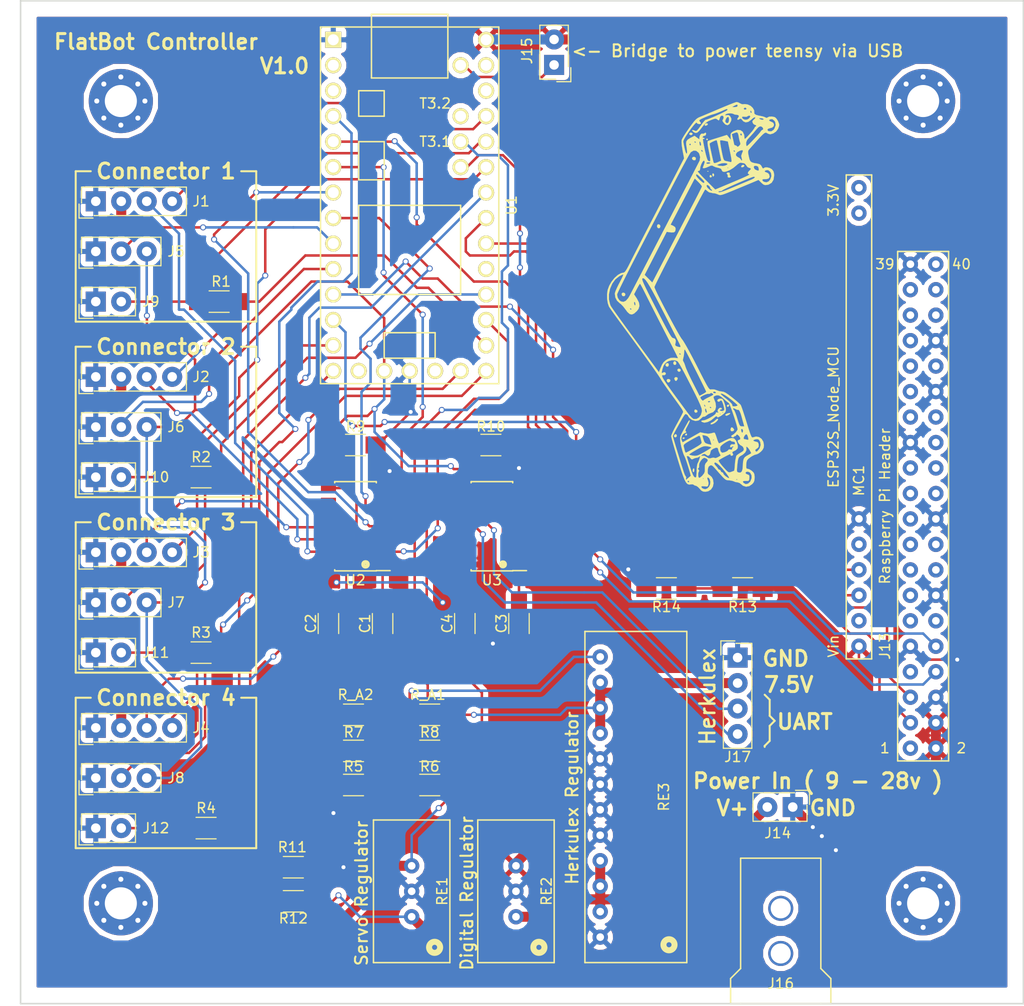
<source format=kicad_pcb>
(kicad_pcb (version 4) (host pcbnew 4.0.7-e2-6376~58~ubuntu16.04.1)
  (layers (0 F.Cu signal) (31 B.Cu signal) (34 B.Paste user) (35 F.Paste user) (36 B.SilkS user) (37 F.SilkS user) (38 B.Mask user) (39 F.Mask user) (44 Edge.Cuts user))
  (net 0 "")
  (net 1 GND)
  (net 2 /Servo_1_PWM)
  (net 3 /Servo_1_Position)
  (net 4 "Net-(U1-Pad18)")
  (net 5 /Bus_Voltage_Read)
  (net 6 /LED_3)
  (net 7 "Net-(U1-Pad15)")
  (net 8 /Switch_4)
  (net 9 /LED_1)
  (net 10 /Servo_Voltage_Read)
  (net 11 /LED_2)
  (net 12 "Net-(U1-Pad24)")
  (net 13 /I2C_SCL)
  (net 14 /I2C_SDA)
  (net 15 /Servo_4_Position)
  (net 16 /Servo_3_Position)
  (net 17 /Servo_2_Position)
  (net 18 "Net-(U1-Pad31)")
  (net 19 "Net-(U1-Pad32)")
  (net 20 "Net-(U1-Pad35)")
  (net 21 /Herkulex_Voltage_Read)
  (net 22 /Switch_3)
  (net 23 /Switch_2)
  (net 24 /Switch_1)
  (net 25 /Servo_4_PWM)
  (net 26 /Servo_3_PWM)
  (net 27 /Servo_2_PWM)
  (net 28 /LED_4)
  (net 29 "Net-(U1-Pad3)")
  (net 30 "Net-(U1-Pad2)")
  (net 31 +3V3)
  (net 32 "Net-(J9-Pad2)")
  (net 33 "Net-(J10-Pad2)")
  (net 34 "Net-(J11-Pad2)")
  (net 35 "Net-(J12-Pad2)")
  (net 36 /Servo_1_PWM_5v)
  (net 37 /Servo_2_PWM_5v)
  (net 38 /Servo_3_PWM_5v)
  (net 39 /Servo_4_PWM_5v)
  (net 40 /5V_Servos)
  (net 41 /5V_Digital)
  (net 42 /7.5V_Herkulex)
  (net 43 "Net-(RE3-Pad5)")
  (net 44 "Net-(J13-Pad7)")
  (net 45 "Net-(J13-Pad1)")
  (net 46 "Net-(J13-Pad11)")
  (net 47 "Net-(J13-Pad12)")
  (net 48 "Net-(J13-Pad13)")
  (net 49 "Net-(J13-Pad15)")
  (net 50 "Net-(J13-Pad16)")
  (net 51 "Net-(J13-Pad17)")
  (net 52 "Net-(J13-Pad18)")
  (net 53 "Net-(J13-Pad19)")
  (net 54 "Net-(J13-Pad21)")
  (net 55 "Net-(J13-Pad22)")
  (net 56 "Net-(J13-Pad23)")
  (net 57 "Net-(J13-Pad24)")
  (net 58 "Net-(J13-Pad26)")
  (net 59 "Net-(J13-Pad27)")
  (net 60 "Net-(J13-Pad28)")
  (net 61 "Net-(J13-Pad29)")
  (net 62 "Net-(J13-Pad31)")
  (net 63 "Net-(J13-Pad32)")
  (net 64 "Net-(J13-Pad33)")
  (net 65 "Net-(J13-Pad35)")
  (net 66 "Net-(J13-Pad36)")
  (net 67 "Net-(J13-Pad37)")
  (net 68 "Net-(J13-Pad38)")
  (net 69 "Net-(J13-Pad40)")
  (net 70 /UART_TX_Pi)
  (net 71 /UART_RX_Pi)
  (net 72 "Net-(J14-Pad2)")
  (net 73 /VUSB)
  (net 74 /UART_TX_Herk)
  (net 75 /UART_RX_Herk)
  (net 76 "Net-(U2-Pad6)")
  (net 77 "Net-(U2-Pad9)")
  (net 78 "Net-(U3-Pad2)")
  (net 79 "Net-(U3-Pad3)")
  (net 80 "Net-(U3-Pad6)")
  (net 81 "Net-(U3-Pad9)")
  (net 82 "Net-(U3-Pad12)")
  (net 83 "Net-(U3-Pad13)")
  (net 84 /Digital_Voltage_Read)
  (net 85 "Net-(MC1-Pad3)")
  (net 86 "Net-(MC1-Pad4)")
  (module Connectors_Samtec:SL-104-X-XX_1x04 (layer F.Cu) (at 97.5 70 90)
    (fp_text reference J1 (at 0 10.5 180) (layer F.SilkS))
    (fp_text value Servo_1_Conn)
    (pad 1 thru_hole rect (at 0 0 90) (size 2 2) (drill 0.95) (layers *.Cu *.Mask) (net 1 GND))
    (pad 2 thru_hole circle (at 0 2.54 90) (size 2 2) (drill 0.95) (layers *.Cu *.Mask) (net 40 /5V_Servos))
    (pad 3 thru_hole circle (at 0 5.08 90) (size 2 2) (drill 0.95) (layers *.Cu *.Mask) (net 36 /Servo_1_PWM_5v))
    (pad 4 thru_hole circle (at 0 7.62 90) (size 2 2) (drill 0.95) (layers *.Cu *.Mask) (net 3 /Servo_1_Position))
  )
  (module Connectors_Samtec:SL-104-X-XX_1x04 (layer F.Cu) (at 97.5 87.5 90)
    (fp_text reference J2 (at 0 10.5 180) (layer F.SilkS))
    (fp_text value Servo_2_Conn)
    (pad 1 thru_hole rect (at 0 0 90) (size 2 2) (drill 0.95) (layers *.Cu *.Mask) (net 1 GND))
    (pad 2 thru_hole circle (at 0 2.54 90) (size 2 2) (drill 0.95) (layers *.Cu *.Mask) (net 40 /5V_Servos))
    (pad 3 thru_hole circle (at 0 5.08 90) (size 2 2) (drill 0.95) (layers *.Cu *.Mask) (net 37 /Servo_2_PWM_5v))
    (pad 4 thru_hole circle (at 0 7.62 90) (size 2 2) (drill 0.95) (layers *.Cu *.Mask) (net 17 /Servo_2_Position))
  )
  (module Connectors_Samtec:SL-104-X-XX_1x04 (layer F.Cu) (at 97.5 105 90)
    (fp_text reference J3 (at 0 10.5 180) (layer F.SilkS))
    (fp_text value Servo_3_Conn)
    (pad 1 thru_hole rect (at 0 0 90) (size 2 2) (drill 0.95) (layers *.Cu *.Mask) (net 1 GND))
    (pad 2 thru_hole circle (at 0 2.54 90) (size 2 2) (drill 0.95) (layers *.Cu *.Mask) (net 40 /5V_Servos))
    (pad 3 thru_hole circle (at 0 5.08 90) (size 2 2) (drill 0.95) (layers *.Cu *.Mask) (net 38 /Servo_3_PWM_5v))
    (pad 4 thru_hole circle (at 0 7.62 90) (size 2 2) (drill 0.95) (layers *.Cu *.Mask) (net 16 /Servo_3_Position))
  )
  (module Connectors_Samtec:SL-104-X-XX_1x04 (layer F.Cu) (at 97.5 122.5 90)
    (fp_text reference J4 (at 0 10.5 180) (layer F.SilkS))
    (fp_text value Servo_4_Conn)
    (pad 1 thru_hole rect (at 0 0 90) (size 2 2) (drill 0.95) (layers *.Cu *.Mask) (net 1 GND))
    (pad 2 thru_hole circle (at 0 2.54 90) (size 2 2) (drill 0.95) (layers *.Cu *.Mask) (net 40 /5V_Servos))
    (pad 3 thru_hole circle (at 0 5.08 90) (size 2 2) (drill 0.95) (layers *.Cu *.Mask) (net 39 /Servo_4_PWM_5v))
    (pad 4 thru_hole circle (at 0 7.62 90) (size 2 2) (drill 0.95) (layers *.Cu *.Mask) (net 15 /Servo_4_Position))
  )
  (module "kicad libraries:Teensy30_31_32_LC" (layer F.Cu) (at 128.8 70.4 270)
    (fp_text reference U1 (at 0 -10.16 270) (layer F.SilkS))
    (fp_text value Teensy3.2)
    (fp_text user T3.2 (at -10.16 -2.54 360) (layer F.SilkS))
    (fp_text user T3.1 (at -6.35 -2.54 360) (layer F.SilkS))
    (pad 17 thru_hole circle (at 16.51 0 270) (size 1.6 1.6) (drill 1.1) (layers *.Cu *.Mask F.SilkS) (net 1 GND))
    (pad 18 thru_hole circle (at 16.51 -2.54 270) (size 1.6 1.6) (drill 1.1) (layers *.Cu *.Mask F.SilkS) (net 4 "Net-(U1-Pad18)"))
    (pad 19 thru_hole circle (at 16.51 -5.08 270) (size 1.6 1.6) (drill 1.1) (layers *.Cu *.Mask F.SilkS) (net 5 /Bus_Voltage_Read))
    (pad 20 thru_hole circle (at 16.51 -7.62 270) (size 1.6 1.6) (drill 1.1) (layers *.Cu *.Mask F.SilkS) (net 6 /LED_3))
    (pad 16 thru_hole circle (at 16.51 2.54 270) (size 1.6 1.6) (drill 1.1) (layers *.Cu *.Mask F.SilkS) (net 31 +3V3))
    (pad 15 thru_hole circle (at 16.51 5.08 270) (size 1.6 1.6) (drill 1.1) (layers *.Cu *.Mask F.SilkS) (net 7 "Net-(U1-Pad15)"))
    (pad 14 thru_hole circle (at 16.51 7.62 270) (size 1.6 1.6) (drill 1.1) (layers *.Cu *.Mask F.SilkS) (net 8 /Switch_4))
    (pad 21 thru_hole circle (at 13.97 -7.62 270) (size 1.6 1.6) (drill 1.1) (layers *.Cu *.Mask F.SilkS) (net 9 /LED_1))
    (pad 22 thru_hole circle (at 11.43 -7.62 270) (size 1.6 1.6) (drill 1.1) (layers *.Cu *.Mask F.SilkS) (net 10 /Servo_Voltage_Read))
    (pad 23 thru_hole circle (at 8.89 -7.62 270) (size 1.6 1.6) (drill 1.1) (layers *.Cu *.Mask F.SilkS) (net 11 /LED_2))
    (pad 24 thru_hole circle (at 6.35 -7.62 270) (size 1.6 1.6) (drill 1.1) (layers *.Cu *.Mask F.SilkS) (net 12 "Net-(U1-Pad24)"))
    (pad 25 thru_hole circle (at 3.81 -7.62 270) (size 1.6 1.6) (drill 1.1) (layers *.Cu *.Mask F.SilkS) (net 13 /I2C_SCL))
    (pad 26 thru_hole circle (at 1.27 -7.62 270) (size 1.6 1.6) (drill 1.1) (layers *.Cu *.Mask F.SilkS) (net 14 /I2C_SDA))
    (pad 27 thru_hole circle (at -1.27 -7.62 270) (size 1.6 1.6) (drill 1.1) (layers *.Cu *.Mask F.SilkS) (net 15 /Servo_4_Position))
    (pad 28 thru_hole circle (at -3.81 -7.62 270) (size 1.6 1.6) (drill 1.1) (layers *.Cu *.Mask F.SilkS) (net 16 /Servo_3_Position))
    (pad 29 thru_hole circle (at -6.35 -7.62 270) (size 1.6 1.6) (drill 1.1) (layers *.Cu *.Mask F.SilkS) (net 17 /Servo_2_Position))
    (pad 30 thru_hole circle (at -8.89 -7.62 270) (size 1.6 1.6) (drill 1.1) (layers *.Cu *.Mask F.SilkS) (net 3 /Servo_1_Position))
    (pad 31 thru_hole circle (at -11.43 -7.62 270) (size 1.6 1.6) (drill 1.1) (layers *.Cu *.Mask F.SilkS) (net 18 "Net-(U1-Pad31)"))
    (pad 32 thru_hole circle (at -13.97 -7.62 270) (size 1.6 1.6) (drill 1.1) (layers *.Cu *.Mask F.SilkS) (net 19 "Net-(U1-Pad32)"))
    (pad 33 thru_hole circle (at -16.51 -7.62 270) (size 1.6 1.6) (drill 1.1) (layers *.Cu *.Mask F.SilkS) (net 41 /5V_Digital))
    (pad 34 thru_hole circle (at -13.97 -5.08 270) (size 1.6 1.6) (drill 1.1) (layers *.Cu *.Mask F.SilkS) (net 73 /VUSB))
    (pad 35 thru_hole circle (at -8.89 -5.08 270) (size 1.6 1.6) (drill 1.1) (layers *.Cu *.Mask F.SilkS) (net 20 "Net-(U1-Pad35)"))
    (pad 36 thru_hole circle (at -6.35 -5.08 270) (size 1.6 1.6) (drill 1.1) (layers *.Cu *.Mask F.SilkS) (net 21 /Herkulex_Voltage_Read))
    (pad 37 thru_hole circle (at -3.81 -5.08 270) (size 1.6 1.6) (drill 1.1) (layers *.Cu *.Mask F.SilkS) (net 84 /Digital_Voltage_Read))
    (pad 13 thru_hole circle (at 13.97 7.62 270) (size 1.6 1.6) (drill 1.1) (layers *.Cu *.Mask F.SilkS) (net 22 /Switch_3))
    (pad 12 thru_hole circle (at 11.43 7.62 270) (size 1.6 1.6) (drill 1.1) (layers *.Cu *.Mask F.SilkS) (net 86 "Net-(MC1-Pad4)"))
    (pad 11 thru_hole circle (at 8.89 7.62 270) (size 1.6 1.6) (drill 1.1) (layers *.Cu *.Mask F.SilkS) (net 85 "Net-(MC1-Pad3)"))
    (pad 10 thru_hole circle (at 6.35 7.62 270) (size 1.6 1.6) (drill 1.1) (layers *.Cu *.Mask F.SilkS) (net 23 /Switch_2))
    (pad 9 thru_hole circle (at 3.81 7.62 270) (size 1.6 1.6) (drill 1.1) (layers *.Cu *.Mask F.SilkS) (net 24 /Switch_1))
    (pad 8 thru_hole circle (at 1.27 7.62 270) (size 1.6 1.6) (drill 1.1) (layers *.Cu *.Mask F.SilkS) (net 25 /Servo_4_PWM))
    (pad 7 thru_hole circle (at -1.27 7.62 270) (size 1.6 1.6) (drill 1.1) (layers *.Cu *.Mask F.SilkS) (net 26 /Servo_3_PWM))
    (pad 6 thru_hole circle (at -3.81 7.62 270) (size 1.6 1.6) (drill 1.1) (layers *.Cu *.Mask F.SilkS) (net 27 /Servo_2_PWM))
    (pad 5 thru_hole circle (at -6.35 7.62 270) (size 1.6 1.6) (drill 1.1) (layers *.Cu *.Mask F.SilkS) (net 2 /Servo_1_PWM))
    (pad 4 thru_hole circle (at -8.89 7.62 270) (size 1.6 1.6) (drill 1.1) (layers *.Cu *.Mask F.SilkS) (net 28 /LED_4))
    (pad 3 thru_hole circle (at -11.43 7.62 270) (size 1.6 1.6) (drill 1.1) (layers *.Cu *.Mask F.SilkS) (net 29 "Net-(U1-Pad3)"))
    (pad 2 thru_hole circle (at -13.97 7.62 270) (size 1.6 1.6) (drill 1.1) (layers *.Cu *.Mask F.SilkS) (net 30 "Net-(U1-Pad2)"))
    (pad 1 thru_hole rect (at -16.51 7.62 270) (size 1.6 1.6) (drill 1.1) (layers *.Cu *.Mask F.SilkS) (net 1 GND))
  )
  (module Mounting_Holes:MountingHole_3.2mm_M3_Pad_Via (layer F.Cu) (at 100 140)
    (fp_text reference "" (at 0 -4.2) (layer F.SilkS))
    (fp_text value "")
    (pad 1 thru_hole circle (at 0 0) (size 6.4 6.4) (drill 3.2) (layers *.Cu *.Mask))
    (pad 1 thru_hole circle (at 2.4 0) (size 0.8 0.8) (drill 0.5) (layers *.Cu *.Mask))
    (pad 1 thru_hole circle (at 1.697056 1.697056) (size 0.8 0.8) (drill 0.5) (layers *.Cu *.Mask))
    (pad 1 thru_hole circle (at 0 2.4) (size 0.8 0.8) (drill 0.5) (layers *.Cu *.Mask))
    (pad 1 thru_hole circle (at -1.697056 1.697056) (size 0.8 0.8) (drill 0.5) (layers *.Cu *.Mask))
    (pad 1 thru_hole circle (at -2.4 0) (size 0.8 0.8) (drill 0.5) (layers *.Cu *.Mask))
    (pad 1 thru_hole circle (at -1.697056 -1.697056) (size 0.8 0.8) (drill 0.5) (layers *.Cu *.Mask))
    (pad 1 thru_hole circle (at 0 -2.4) (size 0.8 0.8) (drill 0.5) (layers *.Cu *.Mask))
    (pad 1 thru_hole circle (at 1.697056 -1.697056) (size 0.8 0.8) (drill 0.5) (layers *.Cu *.Mask))
  )
  (module Mounting_Holes:MountingHole_3.2mm_M3_Pad_Via (layer F.Cu) (at 180 60)
    (fp_text reference "" (at 0 -4.2) (layer F.SilkS))
    (fp_text value "")
    (pad 1 thru_hole circle (at 0 0) (size 6.4 6.4) (drill 3.2) (layers *.Cu *.Mask))
    (pad 1 thru_hole circle (at 2.4 0) (size 0.8 0.8) (drill 0.5) (layers *.Cu *.Mask))
    (pad 1 thru_hole circle (at 1.697056 1.697056) (size 0.8 0.8) (drill 0.5) (layers *.Cu *.Mask))
    (pad 1 thru_hole circle (at 0 2.4) (size 0.8 0.8) (drill 0.5) (layers *.Cu *.Mask))
    (pad 1 thru_hole circle (at -1.697056 1.697056) (size 0.8 0.8) (drill 0.5) (layers *.Cu *.Mask))
    (pad 1 thru_hole circle (at -2.4 0) (size 0.8 0.8) (drill 0.5) (layers *.Cu *.Mask))
    (pad 1 thru_hole circle (at -1.697056 -1.697056) (size 0.8 0.8) (drill 0.5) (layers *.Cu *.Mask))
    (pad 1 thru_hole circle (at 0 -2.4) (size 0.8 0.8) (drill 0.5) (layers *.Cu *.Mask))
    (pad 1 thru_hole circle (at 1.697056 -1.697056) (size 0.8 0.8) (drill 0.5) (layers *.Cu *.Mask))
  )
  (module Mounting_Holes:MountingHole_3.2mm_M3_Pad_Via (layer F.Cu) (at 180 140)
    (fp_text reference "" (at 0 -4.2) (layer F.SilkS))
    (fp_text value "")
    (pad 1 thru_hole circle (at 0 0) (size 6.4 6.4) (drill 3.2) (layers *.Cu *.Mask))
    (pad 1 thru_hole circle (at 2.4 0) (size 0.8 0.8) (drill 0.5) (layers *.Cu *.Mask))
    (pad 1 thru_hole circle (at 1.697056 1.697056) (size 0.8 0.8) (drill 0.5) (layers *.Cu *.Mask))
    (pad 1 thru_hole circle (at 0 2.4) (size 0.8 0.8) (drill 0.5) (layers *.Cu *.Mask))
    (pad 1 thru_hole circle (at -1.697056 1.697056) (size 0.8 0.8) (drill 0.5) (layers *.Cu *.Mask))
    (pad 1 thru_hole circle (at -2.4 0) (size 0.8 0.8) (drill 0.5) (layers *.Cu *.Mask))
    (pad 1 thru_hole circle (at -1.697056 -1.697056) (size 0.8 0.8) (drill 0.5) (layers *.Cu *.Mask))
    (pad 1 thru_hole circle (at 0 -2.4) (size 0.8 0.8) (drill 0.5) (layers *.Cu *.Mask))
    (pad 1 thru_hole circle (at 1.697056 -1.697056) (size 0.8 0.8) (drill 0.5) (layers *.Cu *.Mask))
  )
  (module Mounting_Holes:MountingHole_3.2mm_M3_Pad_Via (layer F.Cu) (at 100 60)
    (fp_text reference "" (at 0 -4.2) (layer F.SilkS))
    (fp_text value "")
    (pad 1 thru_hole circle (at 0 0) (size 6.4 6.4) (drill 3.2) (layers *.Cu *.Mask))
    (pad 1 thru_hole circle (at 2.4 0) (size 0.8 0.8) (drill 0.5) (layers *.Cu *.Mask))
    (pad 1 thru_hole circle (at 1.697056 1.697056) (size 0.8 0.8) (drill 0.5) (layers *.Cu *.Mask))
    (pad 1 thru_hole circle (at 0 2.4) (size 0.8 0.8) (drill 0.5) (layers *.Cu *.Mask))
    (pad 1 thru_hole circle (at -1.697056 1.697056) (size 0.8 0.8) (drill 0.5) (layers *.Cu *.Mask))
    (pad 1 thru_hole circle (at -2.4 0) (size 0.8 0.8) (drill 0.5) (layers *.Cu *.Mask))
    (pad 1 thru_hole circle (at -1.697056 -1.697056) (size 0.8 0.8) (drill 0.5) (layers *.Cu *.Mask))
    (pad 1 thru_hole circle (at 0 -2.4) (size 0.8 0.8) (drill 0.5) (layers *.Cu *.Mask))
    (pad 1 thru_hole circle (at 1.697056 -1.697056) (size 0.8 0.8) (drill 0.5) (layers *.Cu *.Mask))
  )
  (module Connectors_Samtec:SL-103-X-XX_1x03 (layer F.Cu) (at 97.5 75 90)
    (fp_text reference J5 (at 0 8 180) (layer F.SilkS))
    (fp_text value SIROM_1_Switch)
    (pad 1 thru_hole rect (at 0 0 90) (size 2 2) (drill 0.95) (layers *.Cu *.Mask) (net 1 GND))
    (pad 2 thru_hole circle (at 0 2.54 90) (size 2 2) (drill 0.95) (layers *.Cu *.Mask) (net 24 /Switch_1))
    (pad 3 thru_hole circle (at 0 5.08 90) (size 2 2) (drill 0.95) (layers *.Cu *.Mask) (net 31 +3V3))
  )
  (module Connectors_Samtec:SL-103-X-XX_1x03 (layer F.Cu) (at 97.5 92.5 90)
    (fp_text reference J6 (at 0 8 180) (layer F.SilkS))
    (fp_text value SIROM_2_Switch)
    (pad 1 thru_hole rect (at 0 0 90) (size 2 2) (drill 0.95) (layers *.Cu *.Mask) (net 1 GND))
    (pad 2 thru_hole circle (at 0 2.54 90) (size 2 2) (drill 0.95) (layers *.Cu *.Mask) (net 23 /Switch_2))
    (pad 3 thru_hole circle (at 0 5.08 90) (size 2 2) (drill 0.95) (layers *.Cu *.Mask) (net 31 +3V3))
  )
  (module Connectors_Samtec:SL-103-X-XX_1x03 (layer F.Cu) (at 97.5 110 90)
    (fp_text reference J7 (at 0 8 180) (layer F.SilkS))
    (fp_text value SIROM_3_Switch)
    (pad 1 thru_hole rect (at 0 0 90) (size 2 2) (drill 0.95) (layers *.Cu *.Mask) (net 1 GND))
    (pad 2 thru_hole circle (at 0 2.54 90) (size 2 2) (drill 0.95) (layers *.Cu *.Mask) (net 22 /Switch_3))
    (pad 3 thru_hole circle (at 0 5.08 90) (size 2 2) (drill 0.95) (layers *.Cu *.Mask) (net 31 +3V3))
  )
  (module Connectors_Samtec:SL-103-X-XX_1x03 (layer F.Cu) (at 97.5 127.5 90)
    (fp_text reference J8 (at 0 8 180) (layer F.SilkS))
    (fp_text value SIROM_4_Switch)
    (pad 1 thru_hole rect (at 0 0 90) (size 2 2) (drill 0.95) (layers *.Cu *.Mask) (net 1 GND))
    (pad 2 thru_hole circle (at 0 2.54 90) (size 2 2) (drill 0.95) (layers *.Cu *.Mask) (net 8 /Switch_4))
    (pad 3 thru_hole circle (at 0 5.08 90) (size 2 2) (drill 0.95) (layers *.Cu *.Mask) (net 31 +3V3))
  )
  (module Connectors_Samtec:SL-102-X-XX_1x02 (layer F.Cu) (at 97.5 80 90)
    (fp_text reference J9 (at 0 5.5 180) (layer F.SilkS))
    (fp_text value LED_1_Conn)
    (pad 1 thru_hole rect (at 0 0 90) (size 2 2) (drill 0.95) (layers *.Cu *.Mask) (net 1 GND))
    (pad 2 thru_hole circle (at 0 2.54 90) (size 2 2) (drill 0.95) (layers *.Cu *.Mask) (net 32 "Net-(J9-Pad2)"))
  )
  (module Connectors_Samtec:SL-102-X-XX_1x02 (layer F.Cu) (at 97.5 97.5 90)
    (fp_text reference J10 (at 0 6 180) (layer F.SilkS))
    (fp_text value LED_2_Conn)
    (pad 1 thru_hole rect (at 0 0 90) (size 2 2) (drill 0.95) (layers *.Cu *.Mask) (net 1 GND))
    (pad 2 thru_hole circle (at 0 2.54 90) (size 2 2) (drill 0.95) (layers *.Cu *.Mask) (net 33 "Net-(J10-Pad2)"))
  )
  (module Connectors_Samtec:SL-102-X-XX_1x02 (layer F.Cu) (at 97.5 115 90)
    (fp_text reference J11 (at 0 6 180) (layer F.SilkS))
    (fp_text value LED_3_Conn)
    (pad 1 thru_hole rect (at 0 0 90) (size 2 2) (drill 0.95) (layers *.Cu *.Mask) (net 1 GND))
    (pad 2 thru_hole circle (at 0 2.54 90) (size 2 2) (drill 0.95) (layers *.Cu *.Mask) (net 34 "Net-(J11-Pad2)"))
  )
  (module Connectors_Samtec:SL-102-X-XX_1x02 (layer F.Cu) (at 97.5 132.5 90)
    (fp_text reference J12 (at 0 6 180) (layer F.SilkS))
    (fp_text value LED_4_Conn)
    (pad 1 thru_hole rect (at 0 0 90) (size 2 2) (drill 0.95) (layers *.Cu *.Mask) (net 1 GND))
    (pad 2 thru_hole circle (at 0 2.54 90) (size 2 2) (drill 0.95) (layers *.Cu *.Mask) (net 35 "Net-(J12-Pad2)"))
  )
  (module Resistors_SMD:R_1206_HandSoldering (layer F.Cu) (at 109.8 80 180)
    (fp_text reference R1 (at -0.2 2 180) (layer F.SilkS))
    (fp_text value R220)
    (pad 1 smd rect (at -2 0 180) (size 2 1.7) (layers F.Cu F.Paste F.Mask) (net 9 /LED_1))
    (pad 2 smd rect (at 2 0 180) (size 2 1.7) (layers F.Cu F.Paste F.Mask) (net 32 "Net-(J9-Pad2)"))
  )
  (module Resistors_SMD:R_1206_HandSoldering (layer F.Cu) (at 108 97.5 180)
    (fp_text reference R2 (at 0 2 180) (layer F.SilkS))
    (fp_text value R220)
    (pad 1 smd rect (at -2 0 180) (size 2 1.7) (layers F.Cu F.Paste F.Mask) (net 11 /LED_2))
    (pad 2 smd rect (at 2 0 180) (size 2 1.7) (layers F.Cu F.Paste F.Mask) (net 33 "Net-(J10-Pad2)"))
  )
  (module Resistors_SMD:R_1206_HandSoldering (layer F.Cu) (at 108 115 180)
    (fp_text reference R3 (at 0 2 180) (layer F.SilkS))
    (fp_text value R220)
    (pad 1 smd rect (at -2 0 180) (size 2 1.7) (layers F.Cu F.Paste F.Mask) (net 6 /LED_3))
    (pad 2 smd rect (at 2 0 180) (size 2 1.7) (layers F.Cu F.Paste F.Mask) (net 34 "Net-(J11-Pad2)"))
  )
  (module Resistors_SMD:R_1206_HandSoldering (layer F.Cu) (at 108.5 132.5 180)
    (fp_text reference R4 (at 0 2 180) (layer F.SilkS))
    (fp_text value R220)
    (pad 1 smd rect (at -2 0 180) (size 2 1.7) (layers F.Cu F.Paste F.Mask) (net 28 /LED_4))
    (pad 2 smd rect (at 2 0 180) (size 2 1.7) (layers F.Cu F.Paste F.Mask) (net 35 "Net-(J12-Pad2)"))
  )
  (module custom_components:TSR-series (layer F.Cu) (at 139.4 138.8 90)
    (fp_text reference RE2 (at 0 3.048 90) (layer F.SilkS))
    (fp_text value TSR-2-2450)
    (pad 1 thru_hole circle (at -2.54 0 90) (size 1.524 1.524) (drill 0.762) (layers *.Cu *.Mask) (net 72 "Net-(J14-Pad2)"))
    (pad 2 thru_hole circle (at 0 0 90) (size 1.524 1.524) (drill 0.762) (layers *.Cu *.Mask) (net 1 GND))
    (pad 3 thru_hole circle (at 2.54 0 90) (size 1.524 1.524) (drill 0.762) (layers *.Cu *.Mask) (net 41 /5V_Digital))
  )
  (module custom_components:Recom-Adjustable (layer F.Cu) (at 147.8 129.4 90)
    (fp_text reference RE3 (at 0 6.35 90) (layer F.SilkS))
    (fp_text value R-746.5P)
    (pad 3 thru_hole circle (at -1.27 0 90) (size 1.524 1.524) (drill 0.762) (layers *.Cu *.Mask) (net 1 GND))
    (pad 3 thru_hole circle (at 1.27 0 90) (size 1.524 1.524) (drill 0.762) (layers *.Cu *.Mask) (net 1 GND))
    (pad 3 thru_hole circle (at -3.81 0 90) (size 1.524 1.524) (drill 0.762) (layers *.Cu *.Mask) (net 1 GND))
    (pad 2 thru_hole circle (at -6.35 0 90) (size 1.524 1.524) (drill 0.762) (layers *.Cu *.Mask) (net 72 "Net-(J14-Pad2)"))
    (pad 2 thru_hole circle (at -8.89 0 90) (size 1.524 1.524) (drill 0.762) (layers *.Cu *.Mask) (net 72 "Net-(J14-Pad2)"))
    (pad 2 thru_hole circle (at -11.43 0 90) (size 1.524 1.524) (drill 0.762) (layers *.Cu *.Mask) (net 72 "Net-(J14-Pad2)"))
    (pad 1 thru_hole circle (at -13.97 0 90) (size 1.524 1.524) (drill 0.762) (layers *.Cu *.Mask) (net 1 GND))
    (pad 3 thru_hole circle (at 3.81 0 90) (size 1.524 1.524) (drill 0.762) (layers *.Cu *.Mask) (net 1 GND))
    (pad 4 thru_hole circle (at 6.35 0 90) (size 1.524 1.524) (drill 0.762) (layers *.Cu *.Mask) (net 42 /7.5V_Herkulex))
    (pad 4 thru_hole circle (at 8.89 0 90) (size 1.524 1.524) (drill 0.762) (layers *.Cu *.Mask) (net 42 /7.5V_Herkulex))
    (pad 4 thru_hole circle (at 11.43 0 90) (size 1.524 1.524) (drill 0.762) (layers *.Cu *.Mask) (net 42 /7.5V_Herkulex))
    (pad 5 thru_hole circle (at 13.97 0 90) (size 1.524 1.524) (drill 0.762) (layers *.Cu *.Mask) (net 43 "Net-(RE3-Pad5)"))
  )
  (module Resistors_SMD:R_1206_HandSoldering (layer F.Cu) (at 123.2 128.2)
    (fp_text reference R5 (at 0 -1.85) (layer F.SilkS))
    (fp_text value R)
    (pad 1 smd rect (at -2 0) (size 2 1.7) (layers F.Cu F.Paste F.Mask) (net 1 GND))
    (pad 2 smd rect (at 2 0) (size 2 1.7) (layers F.Cu F.Paste F.Mask) (net 10 /Servo_Voltage_Read))
  )
  (module Resistors_SMD:R_1206_HandSoldering (layer F.Cu) (at 130.8 128.2)
    (fp_text reference R6 (at 0 -1.85) (layer F.SilkS))
    (fp_text value R)
    (pad 1 smd rect (at -2 0) (size 2 1.7) (layers F.Cu F.Paste F.Mask) (net 10 /Servo_Voltage_Read))
    (pad 2 smd rect (at 2 0) (size 2 1.7) (layers F.Cu F.Paste F.Mask) (net 40 /5V_Servos))
  )
  (module Resistors_SMD:R_1206_HandSoldering (layer F.Cu) (at 123.2 124.8)
    (fp_text reference R7 (at 0 -1.85) (layer F.SilkS))
    (fp_text value R)
    (pad 1 smd rect (at -2 0) (size 2 1.7) (layers F.Cu F.Paste F.Mask) (net 1 GND))
    (pad 2 smd rect (at 2 0) (size 2 1.7) (layers F.Cu F.Paste F.Mask) (net 21 /Herkulex_Voltage_Read))
  )
  (module Resistors_SMD:R_1206_HandSoldering (layer F.Cu) (at 130.8 124.8)
    (fp_text reference R8 (at 0 -1.85) (layer F.SilkS))
    (fp_text value R)
    (pad 1 smd rect (at -2 0) (size 2 1.7) (layers F.Cu F.Paste F.Mask) (net 21 /Herkulex_Voltage_Read))
    (pad 2 smd rect (at 2 0) (size 2 1.7) (layers F.Cu F.Paste F.Mask) (net 42 /7.5V_Herkulex))
  )
  (module Resistors_SMD:R_1206_HandSoldering (layer F.Cu) (at 130.8 121.2 180)
    (fp_text reference R_A1 (at 0.2 2 180) (layer F.SilkS))
    (fp_text value R)
    (pad 1 smd rect (at -2 0 180) (size 2 1.7) (layers F.Cu F.Paste F.Mask) (net 42 /7.5V_Herkulex))
    (pad 2 smd rect (at 2 0 180) (size 2 1.7) (layers F.Cu F.Paste F.Mask) (net 43 "Net-(RE3-Pad5)"))
  )
  (module Resistors_SMD:R_1206_HandSoldering (layer F.Cu) (at 123.2 121.2 180)
    (fp_text reference R_A2 (at -0.2 2 180) (layer F.SilkS))
    (fp_text value R)
    (pad 1 smd rect (at -2 0 180) (size 2 1.7) (layers F.Cu F.Paste F.Mask) (net 43 "Net-(RE3-Pad5)"))
    (pad 2 smd rect (at 2 0 180) (size 2 1.7) (layers F.Cu F.Paste F.Mask) (net 1 GND))
  )
  (module custom_components:PI_GPIO_Reversed (layer F.Cu) (at 180 100.4 180)
    (fp_text reference J13 (at 3.81 -13.97 270) (layer F.SilkS))
    (fp_text value Raspberry_Pi_Conn)
    (fp_text user "Raspberry Pi Header" (at 3.81 0 270) (layer F.SilkS))
    (fp_text user 40 (at -3.81 24.13 180) (layer F.SilkS))
    (fp_text user 39 (at 3.81 24.13 180) (layer F.SilkS))
    (fp_text user 2 (at -3.81 -24.13 180) (layer F.SilkS))
    (fp_text user 1 (at 3.81 -24.13 180) (layer F.SilkS))
    (pad 4 thru_hole circle (at -1.27 -21.59 180) (size 1.524 1.524) (drill 0.762) (layers *.Cu *.Mask) (net 41 /5V_Digital))
    (pad 2 thru_hole circle (at -1.27 -24.13 180) (size 1.524 1.524) (drill 0.762) (layers *.Cu *.Mask) (net 41 /5V_Digital))
    (pad 6 thru_hole circle (at -1.27 -19.05 180) (size 1.524 1.524) (drill 0.762) (layers *.Cu *.Mask) (net 1 GND))
    (pad 7 thru_hole circle (at 1.27 -16.51 180) (size 1.524 1.524) (drill 0.762) (layers *.Cu *.Mask) (net 44 "Net-(J13-Pad7)"))
    (pad 1 thru_hole circle (at 1.27 -24.13 180) (size 1.524 1.524) (drill 0.762) (layers *.Cu *.Mask) (net 45 "Net-(J13-Pad1)"))
    (pad 3 thru_hole circle (at 1.27 -21.59 180) (size 1.524 1.524) (drill 0.762) (layers *.Cu *.Mask) (net 14 /I2C_SDA))
    (pad 5 thru_hole circle (at 1.27 -19.05 180) (size 1.524 1.524) (drill 0.762) (layers *.Cu *.Mask) (net 13 /I2C_SCL))
    (pad 8 thru_hole circle (at -1.27 -16.51 180) (size 1.524 1.524) (drill 0.762) (layers *.Cu *.Mask) (net 70 /UART_TX_Pi))
    (pad 9 thru_hole circle (at 1.27 -13.97 180) (size 1.524 1.524) (drill 0.762) (layers *.Cu *.Mask) (net 1 GND))
    (pad 10 thru_hole circle (at -1.27 -13.97 180) (size 1.524 1.524) (drill 0.762) (layers *.Cu *.Mask) (net 71 /UART_RX_Pi))
    (pad 11 thru_hole circle (at 1.27 -11.43 180) (size 1.524 1.524) (drill 0.762) (layers *.Cu *.Mask) (net 46 "Net-(J13-Pad11)"))
    (pad 12 thru_hole circle (at -1.27 -11.43 180) (size 1.524 1.524) (drill 0.762) (layers *.Cu *.Mask) (net 47 "Net-(J13-Pad12)"))
    (pad 13 thru_hole circle (at 1.27 -8.89 180) (size 1.524 1.524) (drill 0.762) (layers *.Cu *.Mask) (net 48 "Net-(J13-Pad13)"))
    (pad 14 thru_hole circle (at -1.27 -8.89 180) (size 1.524 1.524) (drill 0.762) (layers *.Cu *.Mask) (net 1 GND))
    (pad 15 thru_hole circle (at 1.27 -6.35 180) (size 1.524 1.524) (drill 0.762) (layers *.Cu *.Mask) (net 49 "Net-(J13-Pad15)"))
    (pad 16 thru_hole circle (at -1.27 -6.35 180) (size 1.524 1.524) (drill 0.762) (layers *.Cu *.Mask) (net 50 "Net-(J13-Pad16)"))
    (pad 17 thru_hole circle (at 1.27 -3.81 180) (size 1.524 1.524) (drill 0.762) (layers *.Cu *.Mask) (net 51 "Net-(J13-Pad17)"))
    (pad 18 thru_hole circle (at -1.27 -3.81 180) (size 1.524 1.524) (drill 0.762) (layers *.Cu *.Mask) (net 52 "Net-(J13-Pad18)"))
    (pad 19 thru_hole circle (at 1.27 -1.27 180) (size 1.524 1.524) (drill 0.762) (layers *.Cu *.Mask) (net 53 "Net-(J13-Pad19)"))
    (pad 20 thru_hole circle (at -1.27 -1.27 180) (size 1.524 1.524) (drill 0.762) (layers *.Cu *.Mask) (net 1 GND))
    (pad 21 thru_hole circle (at 1.27 1.27 180) (size 1.524 1.524) (drill 0.762) (layers *.Cu *.Mask) (net 54 "Net-(J13-Pad21)"))
    (pad 22 thru_hole circle (at -1.27 1.27 180) (size 1.524 1.524) (drill 0.762) (layers *.Cu *.Mask) (net 55 "Net-(J13-Pad22)"))
    (pad 23 thru_hole circle (at 1.27 3.81 180) (size 1.524 1.524) (drill 0.762) (layers *.Cu *.Mask) (net 56 "Net-(J13-Pad23)"))
    (pad 24 thru_hole circle (at -1.27 3.81 180) (size 1.524 1.524) (drill 0.762) (layers *.Cu *.Mask) (net 57 "Net-(J13-Pad24)"))
    (pad 25 thru_hole circle (at 1.27 6.35 180) (size 1.524 1.524) (drill 0.762) (layers *.Cu *.Mask) (net 1 GND))
    (pad 26 thru_hole circle (at -1.27 6.35 180) (size 1.524 1.524) (drill 0.762) (layers *.Cu *.Mask) (net 58 "Net-(J13-Pad26)"))
    (pad 27 thru_hole circle (at 1.27 8.89 180) (size 1.524 1.524) (drill 0.762) (layers *.Cu *.Mask) (net 59 "Net-(J13-Pad27)"))
    (pad 28 thru_hole circle (at -1.27 8.89 180) (size 1.524 1.524) (drill 0.762) (layers *.Cu *.Mask) (net 60 "Net-(J13-Pad28)"))
    (pad 29 thru_hole circle (at 1.27 11.43 180) (size 1.524 1.524) (drill 0.762) (layers *.Cu *.Mask) (net 61 "Net-(J13-Pad29)"))
    (pad 30 thru_hole circle (at -1.27 11.43 180) (size 1.524 1.524) (drill 0.762) (layers *.Cu *.Mask) (net 1 GND))
    (pad 31 thru_hole circle (at 1.27 13.97 180) (size 1.524 1.524) (drill 0.762) (layers *.Cu *.Mask) (net 62 "Net-(J13-Pad31)"))
    (pad 32 thru_hole circle (at -1.27 13.97 180) (size 1.524 1.524) (drill 0.762) (layers *.Cu *.Mask) (net 63 "Net-(J13-Pad32)"))
    (pad 33 thru_hole circle (at 1.27 16.51 180) (size 1.524 1.524) (drill 0.762) (layers *.Cu *.Mask) (net 64 "Net-(J13-Pad33)"))
    (pad 34 thru_hole circle (at -1.27 16.51 180) (size 1.524 1.524) (drill 0.762) (layers *.Cu *.Mask) (net 1 GND))
    (pad 35 thru_hole circle (at 1.27 19.05 180) (size 1.524 1.524) (drill 0.762) (layers *.Cu *.Mask) (net 65 "Net-(J13-Pad35)"))
    (pad 36 thru_hole circle (at -1.27 19.05 180) (size 1.524 1.524) (drill 0.762) (layers *.Cu *.Mask) (net 66 "Net-(J13-Pad36)"))
    (pad 37 thru_hole circle (at 1.27 21.59 180) (size 1.524 1.524) (drill 0.762) (layers *.Cu *.Mask) (net 67 "Net-(J13-Pad37)"))
    (pad 38 thru_hole circle (at -1.27 21.59 180) (size 1.524 1.524) (drill 0.762) (layers *.Cu *.Mask) (net 68 "Net-(J13-Pad38)"))
    (pad 39 thru_hole circle (at 1.27 24.13 180) (size 1.524 1.524) (drill 0.762) (layers *.Cu *.Mask) (net 1 GND))
    (pad 40 thru_hole circle (at -1.27 24.13 180) (size 1.524 1.524) (drill 0.762) (layers *.Cu *.Mask) (net 69 "Net-(J13-Pad40)"))
  )
  (module Connectors_Samtec:SL-102-X-XX_1x02 (layer F.Cu) (at 143.2 56.4 180)
    (fp_text reference J15 (at 2.7 1.4 270) (layer F.SilkS))
    (fp_text value USB_Power_Jumper)
    (pad 1 thru_hole rect (at 0 0 180) (size 2 2) (drill 0.95) (layers *.Cu *.Mask) (net 73 /VUSB))
    (pad 2 thru_hole circle (at 0 2.54 180) (size 2 2) (drill 0.95) (layers *.Cu *.Mask) (net 41 /5V_Digital))
  )
  (module custom_components:2_5mm_DC_jack_SMD (layer F.Cu) (at 165.8 150 180)
    (fp_text reference J16 (at 0 2 180) (layer F.SilkS))
    (fp_text value Jack-DC)
    (pad ~ thru_hole circle (at 0 9.5 180) (size 2.5 2.5) (drill 2) (layers *.Cu *.Mask))
    (pad ~ thru_hole circle (at 0 5 180) (size 2.5 2.5) (drill 2) (layers *.Cu *.Mask))
    (pad 3 smd rect (at -5.5 5 180) (size 3 2.5) (layers F.Cu F.Paste F.Mask) (net 1 GND))
    (pad 2 smd rect (at -5.5 11 180) (size 3 2.5) (layers F.Cu F.Paste F.Mask) (net 1 GND))
    (pad 1 smd rect (at 5.5 5 180) (size 3 2.5) (layers F.Cu F.Paste F.Mask) (net 72 "Net-(J14-Pad2)"))
    (pad 1 smd rect (at 5.5 11 180) (size 3 2.5) (layers F.Cu F.Paste F.Mask) (net 72 "Net-(J14-Pad2)"))
  )
  (module Connectors_Samtec:SL-102-X-XX_1x02 (layer F.Cu) (at 167 130.4 270)
    (fp_text reference J14 (at 2.6 1.5 360) (layer F.SilkS))
    (fp_text value DC_Power_Header)
    (pad 1 thru_hole rect (at 0 0 270) (size 2 2) (drill 0.95) (layers *.Cu *.Mask) (net 1 GND))
    (pad 2 thru_hole circle (at 0 2.54 270) (size 2 2) (drill 0.95) (layers *.Cu *.Mask) (net 72 "Net-(J14-Pad2)"))
  )
  (module Connectors_Samtec:SL-104-X-XX_1x04 (layer F.Cu) (at 161.5 115.5)
    (fp_text reference J17 (at 0 9.9 180) (layer F.SilkS))
    (fp_text value "Herkulex Conn")
    (pad 1 thru_hole rect (at 0 0) (size 2 2) (drill 0.95) (layers *.Cu *.Mask) (net 1 GND))
    (pad 2 thru_hole circle (at 0 2.54) (size 2 2) (drill 0.95) (layers *.Cu *.Mask) (net 42 /7.5V_Herkulex))
    (pad 3 thru_hole circle (at 0 5.08) (size 2 2) (drill 0.95) (layers *.Cu *.Mask) (net 74 /UART_TX_Herk))
    (pad 4 thru_hole circle (at 0 7.62) (size 2 2) (drill 0.95) (layers *.Cu *.Mask) (net 75 /UART_RX_Herk))
  )
  (module Capacitors_SMD:C_1206_HandSoldering (layer F.Cu) (at 126.1 112.1 90)
    (fp_text reference C1 (at 0 -1.75 90) (layer F.SilkS))
    (fp_text value C)
    (pad 1 smd rect (at -2 0 90) (size 2 1.6) (layers F.Cu F.Paste F.Mask) (net 1 GND))
    (pad 2 smd rect (at 2 0 90) (size 2 1.6) (layers F.Cu F.Paste F.Mask) (net 31 +3V3))
  )
  (module Capacitors_SMD:C_1206_HandSoldering (layer F.Cu) (at 120.7 112.1 90)
    (fp_text reference C2 (at 0 -1.75 90) (layer F.SilkS))
    (fp_text value C)
    (pad 1 smd rect (at -2 0 90) (size 2 1.6) (layers F.Cu F.Paste F.Mask) (net 1 GND))
    (pad 2 smd rect (at 2 0 90) (size 2 1.6) (layers F.Cu F.Paste F.Mask) (net 41 /5V_Digital))
  )
  (module Capacitors_SMD:C_1206_HandSoldering (layer F.Cu) (at 139.7 112.1 90)
    (fp_text reference C3 (at 0 -1.75 90) (layer F.SilkS))
    (fp_text value C)
    (pad 1 smd rect (at -2 0 90) (size 2 1.6) (layers F.Cu F.Paste F.Mask) (net 1 GND))
    (pad 2 smd rect (at 2 0 90) (size 2 1.6) (layers F.Cu F.Paste F.Mask) (net 31 +3V3))
  )
  (module Capacitors_SMD:C_1206_HandSoldering (layer F.Cu) (at 134.3 112.1 90)
    (fp_text reference C4 (at 0 -1.75 90) (layer F.SilkS))
    (fp_text value C)
    (pad 1 smd rect (at -2 0 90) (size 2 1.6) (layers F.Cu F.Paste F.Mask) (net 1 GND))
    (pad 2 smd rect (at 2 0 90) (size 2 1.6) (layers F.Cu F.Paste F.Mask) (net 41 /5V_Digital))
  )
  (module Resistors_SMD:R_1206_HandSoldering (layer F.Cu) (at 123.4 94.3)
    (fp_text reference R9 (at 0 -1.85) (layer F.SilkS))
    (fp_text value R220)
    (pad 1 smd rect (at -2 0) (size 2 1.7) (layers F.Cu F.Paste F.Mask) (net 31 +3V3))
    (pad 2 smd rect (at 2 0) (size 2 1.7) (layers F.Cu F.Paste F.Mask) (net 1 GND))
  )
  (module Resistors_SMD:R_1206_HandSoldering (layer F.Cu) (at 136.9 94.3)
    (fp_text reference R10 (at 0 -1.85) (layer F.SilkS))
    (fp_text value R220)
    (pad 1 smd rect (at -2 0) (size 2 1.7) (layers F.Cu F.Paste F.Mask) (net 31 +3V3))
    (pad 2 smd rect (at 2 0) (size 2 1.7) (layers F.Cu F.Paste F.Mask) (net 1 GND))
  )
  (module Housings_SOIC:SOIC-14_3.9x8.7mm_Pitch1.27mm (layer F.Cu) (at 123.4 102.4 180)
    (fp_text reference U2 (at 0 -5.375 180) (layer F.SilkS))
    (fp_text value TXB0104D)
    (pad 1 smd rect (at -2.7 -3.81 180) (size 1.5 0.6) (layers F.Cu F.Paste F.Mask) (net 31 +3V3))
    (pad 2 smd rect (at -2.7 -2.54 180) (size 1.5 0.6) (layers F.Cu F.Paste F.Mask) (net 2 /Servo_1_PWM))
    (pad 3 smd rect (at -2.7 -1.27 180) (size 1.5 0.6) (layers F.Cu F.Paste F.Mask) (net 27 /Servo_2_PWM))
    (pad 4 smd rect (at -2.7 0 180) (size 1.5 0.6) (layers F.Cu F.Paste F.Mask) (net 26 /Servo_3_PWM))
    (pad 5 smd rect (at -2.7 1.27 180) (size 1.5 0.6) (layers F.Cu F.Paste F.Mask) (net 25 /Servo_4_PWM))
    (pad 6 smd rect (at -2.7 2.54 180) (size 1.5 0.6) (layers F.Cu F.Paste F.Mask) (net 76 "Net-(U2-Pad6)"))
    (pad 7 smd rect (at -2.7 3.81 180) (size 1.5 0.6) (layers F.Cu F.Paste F.Mask) (net 1 GND))
    (pad 8 smd rect (at 2.7 3.81 180) (size 1.5 0.6) (layers F.Cu F.Paste F.Mask) (net 31 +3V3))
    (pad 9 smd rect (at 2.7 2.54 180) (size 1.5 0.6) (layers F.Cu F.Paste F.Mask) (net 77 "Net-(U2-Pad9)"))
    (pad 10 smd rect (at 2.7 1.27 180) (size 1.5 0.6) (layers F.Cu F.Paste F.Mask) (net 39 /Servo_4_PWM_5v))
    (pad 11 smd rect (at 2.7 0 180) (size 1.5 0.6) (layers F.Cu F.Paste F.Mask) (net 38 /Servo_3_PWM_5v))
    (pad 12 smd rect (at 2.7 -1.27 180) (size 1.5 0.6) (layers F.Cu F.Paste F.Mask) (net 37 /Servo_2_PWM_5v))
    (pad 13 smd rect (at 2.7 -2.54 180) (size 1.5 0.6) (layers F.Cu F.Paste F.Mask) (net 36 /Servo_1_PWM_5v))
    (pad 14 smd rect (at 2.7 -3.81 180) (size 1.5 0.6) (layers F.Cu F.Paste F.Mask) (net 41 /5V_Digital))
  )
  (module Housings_SOIC:SOIC-14_3.9x8.7mm_Pitch1.27mm (layer F.Cu) (at 137 102.4 180)
    (fp_text reference U3 (at 0 -5.375 180) (layer F.SilkS))
    (fp_text value TXB0104D)
    (pad 1 smd rect (at -2.7 -3.81 180) (size 1.5 0.6) (layers F.Cu F.Paste F.Mask) (net 31 +3V3))
    (pad 2 smd rect (at -2.7 -2.54 180) (size 1.5 0.6) (layers F.Cu F.Paste F.Mask) (net 78 "Net-(U3-Pad2)"))
    (pad 3 smd rect (at -2.7 -1.27 180) (size 1.5 0.6) (layers F.Cu F.Paste F.Mask) (net 79 "Net-(U3-Pad3)"))
    (pad 4 smd rect (at -2.7 0 180) (size 1.5 0.6) (layers F.Cu F.Paste F.Mask) (net 70 /UART_TX_Pi))
    (pad 5 smd rect (at -2.7 1.27 180) (size 1.5 0.6) (layers F.Cu F.Paste F.Mask) (net 71 /UART_RX_Pi))
    (pad 6 smd rect (at -2.7 2.54 180) (size 1.5 0.6) (layers F.Cu F.Paste F.Mask) (net 80 "Net-(U3-Pad6)"))
    (pad 7 smd rect (at -2.7 3.81 180) (size 1.5 0.6) (layers F.Cu F.Paste F.Mask) (net 1 GND))
    (pad 8 smd rect (at 2.7 3.81 180) (size 1.5 0.6) (layers F.Cu F.Paste F.Mask) (net 31 +3V3))
    (pad 9 smd rect (at 2.7 2.54 180) (size 1.5 0.6) (layers F.Cu F.Paste F.Mask) (net 81 "Net-(U3-Pad9)"))
    (pad 10 smd rect (at 2.7 1.27 180) (size 1.5 0.6) (layers F.Cu F.Paste F.Mask) (net 74 /UART_TX_Herk))
    (pad 11 smd rect (at 2.7 0 180) (size 1.5 0.6) (layers F.Cu F.Paste F.Mask) (net 75 /UART_RX_Herk))
    (pad 12 smd rect (at 2.7 -1.27 180) (size 1.5 0.6) (layers F.Cu F.Paste F.Mask) (net 82 "Net-(U3-Pad12)"))
    (pad 13 smd rect (at 2.7 -2.54 180) (size 1.5 0.6) (layers F.Cu F.Paste F.Mask) (net 83 "Net-(U3-Pad13)"))
    (pad 14 smd rect (at 2.7 -3.81 180) (size 1.5 0.6) (layers F.Cu F.Paste F.Mask) (net 41 /5V_Digital))
  )
  (module Resistors_SMD:R_1206_HandSoldering (layer F.Cu) (at 117.2 136.4 180)
    (fp_text reference R11 (at 0.1 2 180) (layer F.SilkS))
    (fp_text value R)
    (pad 1 smd rect (at -2 0 180) (size 2 1.7) (layers F.Cu F.Paste F.Mask) (net 1 GND))
    (pad 2 smd rect (at 2 0 180) (size 2 1.7) (layers F.Cu F.Paste F.Mask) (net 5 /Bus_Voltage_Read))
  )
  (module Resistors_SMD:R_1206_HandSoldering (layer F.Cu) (at 117.2 139.8)
    (fp_text reference R12 (at 0 1.7) (layer F.SilkS))
    (fp_text value R)
    (pad 1 smd rect (at -2 0) (size 2 1.7) (layers F.Cu F.Paste F.Mask) (net 5 /Bus_Voltage_Read))
    (pad 2 smd rect (at 2 0) (size 2 1.7) (layers F.Cu F.Paste F.Mask) (net 72 "Net-(J14-Pad2)"))
  )
  (module Resistors_SMD:R_1206_HandSoldering (layer F.Cu) (at 162 108.6 180)
    (fp_text reference R13 (at 0 -1.85 180) (layer F.SilkS))
    (fp_text value R)
    (pad 1 smd rect (at -2 0 180) (size 2 1.7) (layers F.Cu F.Paste F.Mask) (net 41 /5V_Digital))
    (pad 2 smd rect (at 2 0 180) (size 2 1.7) (layers F.Cu F.Paste F.Mask) (net 84 /Digital_Voltage_Read))
  )
  (module Resistors_SMD:R_1206_HandSoldering (layer F.Cu) (at 154.4 108.6 180)
    (fp_text reference R14 (at 0 -1.85 180) (layer F.SilkS))
    (fp_text value R)
    (pad 1 smd rect (at -2 0 180) (size 2 1.7) (layers F.Cu F.Paste F.Mask) (net 84 /Digital_Voltage_Read))
    (pad 2 smd rect (at 2 0 180) (size 2 1.7) (layers F.Cu F.Paste F.Mask) (net 1 GND))
  )
  (module custom_components:ESP32S_Node_MCU_Edge (layer F.Cu) (at 173.6 91.5)
    (fp_text reference MC1 (at 0 6.35 270) (layer F.SilkS))
    (fp_text value ESP32S_Node_MCU)
    (fp_text user 3.3V (at -2.54 -21.59 90) (layer F.SilkS))
    (fp_text user Vin (at -2.54 22.86 90) (layer F.SilkS))
    (fp_text user ESP32S_Node_MCU (at -2.54 0 90) (layer F.SilkS))
    (pad ~ thru_hole circle (at 0 -22.86) (size 1.524 1.524) (drill 0.762) (layers *.Cu *.Mask))
    (pad 1 thru_hole circle (at 0 22.86) (size 1.524 1.524) (drill 0.762) (layers *.Cu *.Mask) (net 41 /5V_Digital))
    (pad ~ thru_hole circle (at 0 20.32) (size 1.524 1.524) (drill 0.762) (layers *.Cu *.Mask))
    (pad 3 thru_hole circle (at 0 17.78) (size 1.524 1.524) (drill 0.762) (layers *.Cu *.Mask) (net 85 "Net-(MC1-Pad3)"))
    (pad 4 thru_hole circle (at 0 15.24) (size 1.524 1.524) (drill 0.762) (layers *.Cu *.Mask) (net 86 "Net-(MC1-Pad4)"))
    (pad ~ thru_hole circle (at 0 12.7) (size 1.524 1.524) (drill 0.762) (layers *.Cu *.Mask))
    (pad 2 thru_hole circle (at 0 10.16) (size 1.524 1.524) (drill 0.762) (layers *.Cu *.Mask) (net 1 GND))
    (pad ~ thru_hole circle (at 0 -20.32) (size 1.524 1.524) (drill 0.762) (layers *.Cu *.Mask))
  )
  (module "Flatbot Electronic Design:FlatBot_logo" (layer F.Cu) (at 157.1 79.4 90)
    (fp_text reference G*** hide)
    (fp_text value LOGO hide)
  )
  (module custom_components:TSR-series (layer F.Cu) (at 129 138.8 90)
    (fp_text reference RE1 (at 0 3.048 90) (layer F.SilkS))
    (fp_text value TSR-2-2450)
    (pad 1 thru_hole circle (at -2.54 0 90) (size 1.524 1.524) (drill 0.762) (layers *.Cu *.Mask) (net 72 "Net-(J14-Pad2)"))
    (pad 2 thru_hole circle (at 0 0 90) (size 1.524 1.524) (drill 0.762) (layers *.Cu *.Mask) (net 1 GND))
    (pad 3 thru_hole circle (at 2.54 0 90) (size 1.524 1.524) (drill 0.762) (layers *.Cu *.Mask) (net 40 /5V_Servos))
  )
  (gr_text "FlatBot Controller\n			       V1.0" (at 103.5 55.3) (layer F.SilkS) (effects (font (size 1.5 1.5) (thickness 0.3))))
  (gr_circle (center 138.1 106.2) (end 138.3 106.2) (layer F.SilkS) (width 0.4))
  (gr_circle (center 124.4 106.2) (end 124.6 106.1) (layer F.SilkS) (width 0.4))
  (gr_line (start 164.2 124.3) (end 164.2 124.4) (angle 90) (layer F.SilkS) (width 0.2))
  (gr_line (start 164.7 123.8) (end 164.2 124.3) (angle 90) (layer F.SilkS) (width 0.2))
  (gr_line (start 164.7 122.3) (end 164.7 123.8) (angle 90) (layer F.SilkS) (width 0.2))
  (gr_line (start 165.2 121.8) (end 164.7 122.3) (angle 90) (layer F.SilkS) (width 0.2))
  (gr_line (start 164.7 121.3) (end 165.2 121.8) (angle 90) (layer F.SilkS) (width 0.2))
  (gr_line (start 164.7 119.7) (end 164.7 121.3) (angle 90) (layer F.SilkS) (width 0.2))
  (gr_line (start 164.2 119.2) (end 164.7 119.7) (angle 90) (layer F.SilkS) (width 0.2))
  (gr_text UART (at 168.2 121.9) (layer F.SilkS) (effects (font (size 1.5 1.5) (thickness 0.3))))
  (gr_text 7.5V (at 166.6 118.2) (layer F.SilkS) (effects (font (size 1.5 1.5) (thickness 0.3))))
  (gr_text GND (at 166.3 115.6) (layer F.SilkS) (effects (font (size 1.5 1.5) (thickness 0.3))))
  (gr_text Herkulex (at 158.5 119.4 90) (layer F.SilkS) (effects (font (size 1.5 1.5) (thickness 0.25))))
  (gr_text V+ (at 161 130.5) (layer F.SilkS) (effects (font (size 1.5 1.5) (thickness 0.3))))
  (gr_text GND (at 171 130.5) (layer F.SilkS) (effects (font (size 1.5 1.5) (thickness 0.3))))
  (gr_text "Power In ( 9 - 28v )" (at 169.5 127.8) (layer F.SilkS) (effects (font (size 1.5 1.5) (thickness 0.3))))
  (gr_text "Herkulex Regulator" (at 145 129.5 90) (layer F.SilkS) (effects (font (size 1.2 1.2) (thickness 0.2))))
  (gr_text "Digital Regulator" (at 134.5 139 90) (layer F.SilkS) (effects (font (size 1.2 1.2) (thickness 0.2))))
  (gr_text "Servo Regulator" (at 124 139 90) (layer F.SilkS) (effects (font (size 1.2 1.2) (thickness 0.2))))
  (gr_text "<- Bridge to power teensy via USB" (at 161.5 55) (layer F.SilkS) (effects (font (size 1.2 1.2) (thickness 0.2))))
  (gr_line (start 113.5 119.5) (end 112 119.5) (angle 90) (layer F.SilkS) (width 0.2))
  (gr_line (start 113.5 134.5) (end 113.5 119.5) (angle 90) (layer F.SilkS) (width 0.2))
  (gr_line (start 95.5 134.5) (end 113.5 134.5) (angle 90) (layer F.SilkS) (width 0.2))
  (gr_line (start 95.5 119.5) (end 95.5 134.5) (angle 90) (layer F.SilkS) (width 0.2))
  (gr_line (start 97 119.5) (end 95.5 119.5) (angle 90) (layer F.SilkS) (width 0.2))
  (gr_text "Connector 4" (at 104.5 119.5) (layer F.SilkS) (effects (font (size 1.5 1.5) (thickness 0.3))))
  (gr_line (start 113.5 102) (end 112 102) (angle 90) (layer F.SilkS) (width 0.2))
  (gr_text "Connector 3" (at 104.5 102) (layer F.SilkS) (effects (font (size 1.5 1.5) (thickness 0.3))))
  (gr_line (start 113.5 117) (end 113.5 102) (angle 90) (layer F.SilkS) (width 0.2))
  (gr_line (start 95.5 117) (end 113.5 117) (angle 90) (layer F.SilkS) (width 0.2))
  (gr_line (start 95.5 102) (end 95.5 117) (angle 90) (layer F.SilkS) (width 0.2))
  (gr_line (start 95.5 102) (end 97 102) (angle 90) (layer F.SilkS) (width 0.2))
  (gr_line (start 95.5 82) (end 95.5 67) (angle 90) (layer F.SilkS) (width 0.2))
  (gr_line (start 113.5 67) (end 113.5 82) (angle 90) (layer F.SilkS) (width 0.2))
  (gr_line (start 97 67) (end 95.5 67) (angle 90) (layer F.SilkS) (width 0.2))
  (gr_line (start 113.5 67) (end 112 67) (angle 90) (layer F.SilkS) (width 0.2))
  (gr_line (start 113.5 99.5) (end 113.5 84.5) (angle 90) (layer F.SilkS) (width 0.2))
  (gr_line (start 95.5 84.5) (end 95.5 99.5) (angle 90) (layer F.SilkS) (width 0.2))
  (gr_line (start 112 84.5) (end 113.5 84.5) (angle 90) (layer F.SilkS) (width 0.2))
  (gr_line (start 97 84.5) (end 95.5 84.5) (angle 90) (layer F.SilkS) (width 0.2))
  (gr_line (start 113.5 99.5) (end 95.5 99.5) (angle 90) (layer F.SilkS) (width 0.2))
  (gr_text "Connector 2" (at 104.5 84.5) (layer F.SilkS) (effects (font (size 1.5 1.5) (thickness 0.3))))
  (gr_line (start 95.5 82) (end 113.5 82) (angle 90) (layer F.SilkS) (width 0.2))
  (gr_text "Connector 1" (at 104.5 67) (layer F.SilkS) (effects (font (size 1.5 1.5) (thickness 0.3))))
  (gr_line (start 190 50) (end 190 150) (angle 90) (layer Edge.Cuts) (width 0.15))
  (gr_line (start 90 50) (end 190 50) (angle 90) (layer Edge.Cuts) (width 0.15))
  (gr_line (start 90 150) (end 90 50) (angle 90) (layer Edge.Cuts) (width 0.15))
  (gr_line (start 190 150) (end 90 150) (angle 90) (layer Edge.Cuts) (width 0.15))
  (via (at 139.7 96.6) (size 0.6) (drill 0.4) (layers F.Cu B.Cu) (net 1))
  (segment (start 139.7 96.6) (end 139.7 98.59) (width 0.25) (layer F.Cu) (net 1))
  (segment (start 126.1 96.2) (end 126.8 96.9) (width 0.25) (layer F.Cu) (net 1))
  (via (at 126.8 96.9) (size 0.6) (drill 0.4) (layers F.Cu B.Cu) (net 1))
  (segment (start 178.73 114.37) (end 180.06 115.7) (width 0.25) (layer F.Cu) (net 1))
  (via (at 183.4 115.7) (size 0.6) (drill 0.4) (layers F.Cu B.Cu) (net 1))
  (segment (start 180.06 115.7) (end 183.4 115.7) (width 0.25) (layer F.Cu) (net 1))
  (segment (start 121.2 128.2) (end 121.2 131) (width 0.25) (layer F.Cu) (net 1))
  (via (at 121.2 131) (size 0.6) (drill 0.4) (layers F.Cu B.Cu) (net 1))
  (segment (start 137.1 114.1) (end 137.1 115.1) (width 0.25) (layer B.Cu) (net 1))
  (via (at 137.1 114.1) (size 0.6) (drill 0.4) (layers F.Cu B.Cu) (net 1))
  (segment (start 119.2 136.4) (end 122.2 136.4) (width 0.25) (layer F.Cu) (net 1))
  (via (at 122.2 136.4) (size 0.6) (drill 0.4) (layers F.Cu B.Cu) (net 1))
  (segment (start 138.9 94.3) (end 138.9 95.8) (width 0.25) (layer F.Cu) (net 1))
  (segment (start 138.9 95.8) (end 139.7 96.6) (width 0.25) (layer F.Cu) (net 1))
  (segment (start 139.7 114.1) (end 137.1 114.1) (width 0.25) (layer F.Cu) (net 1))
  (segment (start 137.1 114.1) (end 134.3 114.1) (width 0.25) (layer F.Cu) (net 1))
  (segment (start 125.4 94.3) (end 125.6 94.3) (width 0.25) (layer F.Cu) (net 1))
  (segment (start 125.6 94.3) (end 128.9 91) (width 0.25) (layer F.Cu) (net 1))
  (segment (start 128.8 90.9) (end 128.8 86.91) (width 0.25) (layer B.Cu) (net 1))
  (segment (start 128.9 91) (end 128.8 90.9) (width 0.25) (layer B.Cu) (net 1))
  (via (at 128.9 91) (size 0.6) (drill 0.4) (layers F.Cu B.Cu) (net 1))
  (segment (start 125.4 94.3) (end 125.4 95.5) (width 0.25) (layer F.Cu) (net 1))
  (segment (start 126.1 96.2) (end 126.1 98.59) (width 0.25) (layer F.Cu) (net 1))
  (segment (start 125.4 95.5) (end 126.1 96.2) (width 0.25) (layer F.Cu) (net 1))
  (segment (start 120.7 114.1) (end 120.7 117.4) (width 0.25) (layer F.Cu) (net 1))
  (segment (start 121.2 117.9) (end 121.2 121.2) (width 0.25) (layer F.Cu) (net 1))
  (segment (start 120.7 117.4) (end 121.2 117.9) (width 0.25) (layer F.Cu) (net 1))
  (segment (start 126.1 114.1) (end 120.7 114.1) (width 0.25) (layer F.Cu) (net 1))
  (via (at 171.3 134.7) (size 0.6) (drill 0.4) (layers F.Cu B.Cu) (net 1))
  (segment (start 171.3 134.7) (end 171.2 134.8) (width 1) (layer B.Cu) (net 1))
  (segment (start 171.3 139) (end 171.3 134.7) (width 1) (layer F.Cu) (net 1))
  (segment (start 171.3 134.7) (end 169.9 133.3) (width 1) (layer F.Cu) (net 1))
  (segment (start 171.3 145) (end 171.3 139) (width 1) (layer F.Cu) (net 1))
  (via (at 169 132.4) (size 0.6) (drill 0.4) (layers F.Cu B.Cu) (net 1))
  (via (at 169.9 133.3) (size 0.6) (drill 0.4) (layers F.Cu B.Cu) (net 1))
  (segment (start 169.9 133.3) (end 170 133.4) (width 1) (layer B.Cu) (net 1))
  (segment (start 169.9 133.3) (end 169 132.4) (width 1) (layer F.Cu) (net 1))
  (segment (start 169 132.4) (end 167 130.4) (width 1) (layer F.Cu) (net 1))
  (segment (start 121.2 121.2) (end 121.2 124.8) (width 0.25) (layer F.Cu) (net 1))
  (segment (start 121.2 124.8) (end 121.2 128.2) (width 0.25) (layer F.Cu) (net 1))
  (segment (start 152.4 108.6) (end 152.4 108.5) (width 0.25) (layer F.Cu) (net 1))
  (segment (start 152.4 108.5) (end 150.6 106.7) (width 0.25) (layer F.Cu) (net 1))
  (via (at 150.6 106.7) (size 0.6) (drill 0.4) (layers F.Cu B.Cu) (net 1))
  (segment (start 133.9 92.2) (end 135.3 90.8) (width 0.25) (layer F.Cu) (net 2))
  (segment (start 135.3 90.8) (end 136.1 90.8) (width 0.25) (layer F.Cu) (net 2))
  (segment (start 131.6 94.5) (end 131.6 95.3) (width 0.25) (layer F.Cu) (net 2))
  (segment (start 133.9 92.2) (end 131.6 94.5) (width 0.25) (layer F.Cu) (net 2))
  (segment (start 139.7 89.4) (end 138.3 90.8) (width 0.25) (layer F.Cu) (net 2))
  (segment (start 127.25 64.05) (end 127.3 64) (width 0.25) (layer F.Cu) (net 2))
  (via (at 127.3 64) (size 0.6) (drill 0.4) (layers F.Cu B.Cu) (net 2))
  (segment (start 127.3 64) (end 129.5 66.2) (width 0.25) (layer B.Cu) (net 2))
  (segment (start 129.5 66.2) (end 129.5 71.6) (width 0.25) (layer B.Cu) (net 2))
  (via (at 129.5 71.6) (size 0.6) (drill 0.4) (layers F.Cu B.Cu) (net 2))
  (segment (start 129.5 71.6) (end 129.5 72.4) (width 0.25) (layer F.Cu) (net 2))
  (segment (start 129.5 72.4) (end 129.6 72.4) (width 0.25) (layer F.Cu) (net 2))
  (segment (start 129.6 72.4) (end 135.2 78) (width 0.25) (layer F.Cu) (net 2))
  (segment (start 135.2 78) (end 138.3 78) (width 0.25) (layer F.Cu) (net 2))
  (segment (start 138.3 78) (end 139.7 79.4) (width 0.25) (layer F.Cu) (net 2))
  (segment (start 139.7 79.4) (end 139.7 89.4) (width 0.25) (layer F.Cu) (net 2))
  (segment (start 121.18 64.05) (end 127.25 64.05) (width 0.25) (layer F.Cu) (net 2))
  (segment (start 128.16 104.94) (end 126.1 104.94) (width 0.25) (layer F.Cu) (net 2))
  (segment (start 131.6 95.3) (end 131.6 102.6) (width 0.25) (layer F.Cu) (net 2))
  (via (at 131.6 102.6) (size 0.6) (drill 0.4) (layers F.Cu B.Cu) (net 2))
  (segment (start 131.6 102.6) (end 129.3 104.9) (width 0.25) (layer B.Cu) (net 2))
  (segment (start 129.3 104.9) (end 128.2 104.9) (width 0.25) (layer B.Cu) (net 2))
  (via (at 128.2 104.9) (size 0.6) (drill 0.4) (layers F.Cu B.Cu) (net 2))
  (segment (start 128.2 104.9) (end 128.16 104.94) (width 0.25) (layer F.Cu) (net 2))
  (segment (start 138.3 90.8) (end 136.1 90.8) (width 0.25) (layer F.Cu) (net 2))
  (segment (start 136.42 61.51) (end 135.13 62.8) (width 0.25) (layer F.Cu) (net 3))
  (segment (start 131.8 62.8) (end 129.2 60.2) (width 0.25) (layer F.Cu) (net 3))
  (segment (start 132.4 62.8) (end 131.8 62.8) (width 0.25) (layer F.Cu) (net 3))
  (segment (start 135.13 62.8) (end 132.4 62.8) (width 0.25) (layer F.Cu) (net 3))
  (segment (start 136.42 61.51) (end 136.31 61.51) (width 0.25) (layer F.Cu) (net 3))
  (segment (start 129.2 60.2) (end 114.92 60.2) (width 0.25) (layer F.Cu) (net 3))
  (segment (start 114.92 60.2) (end 105.12 70) (width 0.25) (layer F.Cu) (net 3))
  (segment (start 115.7 113.5) (end 112.9 116.3) (width 0.25) (layer F.Cu) (net 5))
  (segment (start 132.09 88.7) (end 121.8 88.7) (width 0.25) (layer F.Cu) (net 5))
  (segment (start 121.8 88.7) (end 118.7 91.8) (width 0.25) (layer F.Cu) (net 5))
  (via (at 118.7 91.8) (size 0.6) (drill 0.4) (layers F.Cu B.Cu) (net 5))
  (segment (start 118.7 91.8) (end 118.7 95.1) (width 0.25) (layer B.Cu) (net 5))
  (segment (start 118.7 95.1) (end 117.8 96) (width 0.25) (layer B.Cu) (net 5))
  (via (at 117.8 96) (size 0.6) (drill 0.4) (layers F.Cu B.Cu) (net 5))
  (segment (start 117.8 96) (end 115.7 98.1) (width 0.25) (layer F.Cu) (net 5))
  (segment (start 115.7 98.1) (end 115.7 113.5) (width 0.25) (layer F.Cu) (net 5))
  (segment (start 133.88 86.91) (end 132.09 88.7) (width 0.25) (layer F.Cu) (net 5))
  (segment (start 112.9 134.1) (end 115.2 136.4) (width 0.25) (layer F.Cu) (net 5))
  (segment (start 112.9 116.3) (end 112.9 134.1) (width 0.25) (layer F.Cu) (net 5))
  (segment (start 115.2 136.4) (end 115.2 139.8) (width 0.25) (layer F.Cu) (net 5))
  (segment (start 136.42 86.91) (end 136.42 86.98) (width 0.25) (layer F.Cu) (net 6))
  (segment (start 136.42 86.98) (end 134 89.4) (width 0.25) (layer F.Cu) (net 6))
  (segment (start 134 89.4) (end 122.4 89.4) (width 0.25) (layer F.Cu) (net 6))
  (segment (start 122.4 89.4) (end 114.6 97.2) (width 0.25) (layer F.Cu) (net 6))
  (segment (start 114.6 97.2) (end 114.6 107.8) (width 0.25) (layer F.Cu) (net 6))
  (segment (start 114.6 107.8) (end 112.6 109.8) (width 0.25) (layer F.Cu) (net 6))
  (via (at 112.6 109.8) (size 0.6) (drill 0.4) (layers F.Cu B.Cu) (net 6))
  (segment (start 112.6 109.8) (end 110.2 112.2) (width 0.25) (layer B.Cu) (net 6))
  (via (at 110.2 112.2) (size 0.6) (drill 0.4) (layers F.Cu B.Cu) (net 6))
  (segment (start 110.2 112.2) (end 110 112.4) (width 0.25) (layer F.Cu) (net 6))
  (segment (start 110 112.4) (end 110 115) (width 0.25) (layer F.Cu) (net 6))
  (segment (start 100.04 127.5) (end 100.04 127.36) (width 0.25) (layer F.Cu) (net 8))
  (segment (start 100.04 127.36) (end 102.4 125) (width 0.25) (layer F.Cu) (net 8))
  (segment (start 102.4 125) (end 106.8 125) (width 0.25) (layer F.Cu) (net 8))
  (segment (start 106.8 125) (end 108.4 123.4) (width 0.25) (layer F.Cu) (net 8))
  (segment (start 108.4 123.4) (end 108.4 111.6) (width 0.25) (layer F.Cu) (net 8))
  (segment (start 108.4 111.6) (end 113 107) (width 0.25) (layer F.Cu) (net 8))
  (segment (start 113 107) (end 113 95.09) (width 0.25) (layer F.Cu) (net 8))
  (segment (start 113 95.09) (end 121.18 86.91) (width 0.25) (layer F.Cu) (net 8))
  (segment (start 130.675 78.625) (end 129.525 78.625) (width 0.25) (layer F.Cu) (net 9))
  (segment (start 129.525 78.625) (end 126.3 75.4) (width 0.25) (layer F.Cu) (net 9))
  (segment (start 111.8 80) (end 113.8 80) (width 0.25) (layer F.Cu) (net 9))
  (segment (start 118.4 75.4) (end 126.3 75.4) (width 0.25) (layer F.Cu) (net 9))
  (segment (start 113.8 80) (end 118.4 75.4) (width 0.25) (layer F.Cu) (net 9))
  (segment (start 130.675 78.625) (end 136.42 84.37) (width 0.25) (layer F.Cu) (net 9))
  (segment (start 137.7 89.7) (end 135.2 89.7) (width 0.25) (layer F.Cu) (net 10))
  (segment (start 131.9 117.8) (end 134.8 117.8) (width 0.25) (layer F.Cu) (net 10))
  (segment (start 130.5 116.4) (end 131.9 117.8) (width 0.25) (layer F.Cu) (net 10))
  (segment (start 130.5 94.4) (end 130.5 116.4) (width 0.25) (layer F.Cu) (net 10))
  (segment (start 135.2 89.7) (end 130.5 94.4) (width 0.25) (layer F.Cu) (net 10))
  (segment (start 134.8 117.8) (end 136 119) (width 0.25) (layer F.Cu) (net 10))
  (segment (start 136 123.8) (end 136 119) (width 0.25) (layer F.Cu) (net 10))
  (segment (start 129.2 128.2) (end 130.8 126.6) (width 0.25) (layer F.Cu) (net 10))
  (segment (start 136 126) (end 136 123.8) (width 0.25) (layer F.Cu) (net 10))
  (segment (start 135.4 126.6) (end 136 126) (width 0.25) (layer F.Cu) (net 10))
  (segment (start 130.8 126.6) (end 135.4 126.6) (width 0.25) (layer F.Cu) (net 10))
  (segment (start 138.6 84.01) (end 136.42 81.83) (width 0.25) (layer F.Cu) (net 10))
  (segment (start 138.6 88.8) (end 138.6 84.01) (width 0.25) (layer F.Cu) (net 10))
  (segment (start 137.7 89.7) (end 138.6 88.8) (width 0.25) (layer F.Cu) (net 10))
  (segment (start 128.8 128.2) (end 129.2 128.2) (width 0.25) (layer F.Cu) (net 10))
  (segment (start 128.8 128.2) (end 125.2 128.2) (width 0.25) (layer F.Cu) (net 10))
  (segment (start 110 97.5) (end 110 94.2) (width 0.25) (layer F.Cu) (net 11))
  (segment (start 129.71 79.29) (end 136.42 79.29) (width 0.25) (layer B.Cu) (net 11))
  (segment (start 124.8 84.2) (end 129.71 79.29) (width 0.25) (layer B.Cu) (net 11))
  (via (at 124.8 84.2) (size 0.6) (drill 0.4) (layers F.Cu B.Cu) (net 11))
  (segment (start 123.4 85.6) (end 124.8 84.2) (width 0.25) (layer F.Cu) (net 11))
  (segment (start 118.6 85.6) (end 123.4 85.6) (width 0.25) (layer F.Cu) (net 11))
  (segment (start 110 94.2) (end 118.6 85.6) (width 0.25) (layer F.Cu) (net 11))
  (segment (start 176.4 117.2) (end 176.4 112.1) (width 0.25) (layer F.Cu) (net 13))
  (segment (start 174.8 110.5) (end 171.4 110.5) (width 0.25) (layer F.Cu) (net 13))
  (segment (start 176.4 112.1) (end 174.8 110.5) (width 0.25) (layer F.Cu) (net 13))
  (segment (start 142.3 75.5) (end 141.01 74.21) (width 0.25) (layer F.Cu) (net 13))
  (segment (start 142.3 92) (end 142.3 75.5) (width 0.25) (layer F.Cu) (net 13))
  (segment (start 143.7 93.4) (end 142.3 92) (width 0.25) (layer F.Cu) (net 13))
  (segment (start 143.7 97.3) (end 143.7 93.4) (width 0.25) (layer F.Cu) (net 13))
  (segment (start 150.6 104.2) (end 143.7 97.3) (width 0.25) (layer F.Cu) (net 13))
  (segment (start 157.5 104.2) (end 150.6 104.2) (width 0.25) (layer F.Cu) (net 13))
  (segment (start 159.4 106.1) (end 157.5 104.2) (width 0.25) (layer F.Cu) (net 13))
  (segment (start 167 106.1) (end 159.4 106.1) (width 0.25) (layer F.Cu) (net 13))
  (segment (start 171.4 110.5) (end 167 106.1) (width 0.25) (layer F.Cu) (net 13))
  (segment (start 178.73 119.45) (end 178.65 119.45) (width 0.25) (layer F.Cu) (net 13))
  (segment (start 178.65 119.45) (end 176.4 117.2) (width 0.25) (layer F.Cu) (net 13))
  (segment (start 141.01 74.21) (end 136.42 74.21) (width 0.25) (layer F.Cu) (net 13))
  (segment (start 144.6 99.3) (end 142.9 97.6) (width 0.25) (layer F.Cu) (net 14))
  (segment (start 142.9 97.6) (end 142.9 97.5) (width 0.25) (layer F.Cu) (net 14))
  (segment (start 175.65 118.85) (end 175.65 114.35) (width 0.25) (layer F.Cu) (net 14))
  (segment (start 172.7 113.1) (end 171.7 112.1) (width 0.25) (layer F.Cu) (net 14))
  (segment (start 174.4 113.1) (end 172.7 113.1) (width 0.25) (layer F.Cu) (net 14))
  (segment (start 175.65 114.35) (end 174.4 113.1) (width 0.25) (layer F.Cu) (net 14))
  (segment (start 140.4 75) (end 141.4 76) (width 0.25) (layer F.Cu) (net 14))
  (segment (start 142.9 93.8) (end 142.9 97.5) (width 0.25) (layer F.Cu) (net 14))
  (segment (start 141.4 92.3) (end 142.9 93.8) (width 0.25) (layer F.Cu) (net 14))
  (segment (start 141.4 76) (end 141.4 92.3) (width 0.25) (layer F.Cu) (net 14))
  (segment (start 140.4 75) (end 139.2 75) (width 0.25) (layer F.Cu) (net 14))
  (segment (start 139.2 75) (end 138.8 75.4) (width 0.25) (layer F.Cu) (net 14))
  (segment (start 138.8 75.4) (end 134.8 75.4) (width 0.25) (layer F.Cu) (net 14))
  (segment (start 134.8 75.4) (end 134.4 75) (width 0.25) (layer F.Cu) (net 14))
  (segment (start 134.4 75) (end 134.4 73.69) (width 0.25) (layer F.Cu) (net 14))
  (segment (start 134.4 73.69) (end 136.42 71.67) (width 0.25) (layer F.Cu) (net 14))
  (segment (start 166.5 106.9) (end 171.7 112.1) (width 0.25) (layer F.Cu) (net 14))
  (segment (start 158.9 106.9) (end 166.5 106.9) (width 0.25) (layer F.Cu) (net 14))
  (segment (start 157 105) (end 158.9 106.9) (width 0.25) (layer F.Cu) (net 14))
  (segment (start 150.3 105) (end 157 105) (width 0.25) (layer F.Cu) (net 14))
  (segment (start 144.6 99.3) (end 150.3 105) (width 0.25) (layer F.Cu) (net 14))
  (segment (start 178.73 121.99) (end 178.73 121.93) (width 0.25) (layer F.Cu) (net 14))
  (segment (start 178.73 121.93) (end 175.65 118.85) (width 0.25) (layer F.Cu) (net 14))
  (segment (start 105.12 122.5) (end 105.12 121.48) (width 0.25) (layer F.Cu) (net 15))
  (segment (start 124.95 80.6) (end 136.42 69.13) (width 0.25) (layer B.Cu) (net 15))
  (segment (start 119.8 80.6) (end 124.95 80.6) (width 0.25) (layer B.Cu) (net 15))
  (segment (start 118.8 81.6) (end 119.8 80.6) (width 0.25) (layer B.Cu) (net 15))
  (segment (start 118.8 87.2) (end 118.8 81.6) (width 0.25) (layer B.Cu) (net 15))
  (segment (start 118.4 87.6) (end 118.8 87.2) (width 0.25) (layer B.Cu) (net 15))
  (via (at 118.4 87.6) (size 0.6) (drill 0.4) (layers F.Cu B.Cu) (net 15))
  (segment (start 112.2 93.8) (end 118.4 87.6) (width 0.25) (layer F.Cu) (net 15))
  (segment (start 112.2 106.6) (end 112.2 93.8) (width 0.25) (layer F.Cu) (net 15))
  (segment (start 107.6 111.2) (end 112.2 106.6) (width 0.25) (layer F.Cu) (net 15))
  (segment (start 107.6 119) (end 107.6 111.2) (width 0.25) (layer F.Cu) (net 15))
  (segment (start 105.12 121.48) (end 107.6 119) (width 0.25) (layer F.Cu) (net 15))
  (segment (start 113.6 85.8) (end 113.6 78.2) (width 0.25) (layer B.Cu) (net 16))
  (segment (start 113.6 78.2) (end 114.4 77.4) (width 0.25) (layer B.Cu) (net 16))
  (segment (start 107.6 93.6) (end 107.6 102.52) (width 0.25) (layer F.Cu) (net 16))
  (segment (start 105.12 105) (end 107.6 102.52) (width 0.25) (layer F.Cu) (net 16))
  (segment (start 135.21 67.8) (end 136.42 66.59) (width 0.25) (layer F.Cu) (net 16))
  (segment (start 111.8 89.4) (end 107.6 93.6) (width 0.25) (layer F.Cu) (net 16))
  (segment (start 111.8 87.6) (end 111.8 89.4) (width 0.25) (layer F.Cu) (net 16))
  (segment (start 113.6 85.8) (end 111.8 87.6) (width 0.25) (layer F.Cu) (net 16))
  (via (at 113.6 85.8) (size 0.6) (drill 0.4) (layers F.Cu B.Cu) (net 16))
  (via (at 114.4 77.4) (size 0.6) (drill 0.4) (layers F.Cu B.Cu) (net 16))
  (segment (start 114.4 72.8) (end 114.4 77.4) (width 0.25) (layer F.Cu) (net 16))
  (segment (start 119.4 67.8) (end 114.4 72.8) (width 0.25) (layer F.Cu) (net 16))
  (segment (start 135.21 67.8) (end 119.4 67.8) (width 0.25) (layer F.Cu) (net 16))
  (segment (start 136.42 64.05) (end 135.85 64.05) (width 0.25) (layer F.Cu) (net 17))
  (segment (start 135.85 64.05) (end 134.7 65.2) (width 0.25) (layer F.Cu) (net 17))
  (segment (start 105.12 87.5) (end 105.3 87.5) (width 0.25) (layer B.Cu) (net 17))
  (segment (start 105.3 87.5) (end 108.2 84.6) (width 0.25) (layer B.Cu) (net 17))
  (segment (start 119.8 65.2) (end 134.7 65.2) (width 0.25) (layer F.Cu) (net 17))
  (segment (start 109.6 75.4) (end 119.8 65.2) (width 0.25) (layer F.Cu) (net 17))
  (segment (start 109.6 83.2) (end 109.6 75.4) (width 0.25) (layer F.Cu) (net 17))
  (segment (start 108.2 84.6) (end 109.6 83.2) (width 0.25) (layer F.Cu) (net 17))
  (via (at 108.2 84.6) (size 0.6) (drill 0.4) (layers F.Cu B.Cu) (net 17))
  (segment (start 105.12 87.52) (end 105.12 87.5) (width 0.25) (layer F.Cu) (net 17))
  (segment (start 138.6 83.1) (end 138.6 82.7) (width 0.25) (layer B.Cu) (net 21))
  (segment (start 138 77) (end 138.6 76.4) (width 0.25) (layer B.Cu) (net 21))
  (segment (start 138 82.1) (end 138 77) (width 0.25) (layer B.Cu) (net 21))
  (segment (start 138.6 82.7) (end 138 82.1) (width 0.25) (layer B.Cu) (net 21))
  (segment (start 137.8 89.6) (end 135.7 89.6) (width 0.25) (layer B.Cu) (net 21))
  (segment (start 129.3 116.9) (end 130.6 118.2) (width 0.25) (layer F.Cu) (net 21))
  (segment (start 129.3 93.5) (end 129.3 116.9) (width 0.25) (layer F.Cu) (net 21))
  (segment (start 132 90.8) (end 129.3 93.5) (width 0.25) (layer F.Cu) (net 21))
  (via (at 132 90.8) (size 0.6) (drill 0.4) (layers F.Cu B.Cu) (net 21))
  (segment (start 134.5 90.8) (end 132 90.8) (width 0.25) (layer B.Cu) (net 21))
  (segment (start 135.7 89.6) (end 134.5 90.8) (width 0.25) (layer B.Cu) (net 21))
  (segment (start 133.88 64.05) (end 134.25 64.05) (width 0.25) (layer B.Cu) (net 21))
  (segment (start 134.25 64.05) (end 135.6 65.4) (width 0.25) (layer B.Cu) (net 21))
  (segment (start 138.6 66.4) (end 138.6 76.4) (width 0.25) (layer B.Cu) (net 21))
  (segment (start 137.6 65.4) (end 138.6 66.4) (width 0.25) (layer B.Cu) (net 21))
  (segment (start 135.6 65.4) (end 137.6 65.4) (width 0.25) (layer B.Cu) (net 21))
  (segment (start 138.6 83.1) (end 138.6 88.8) (width 0.25) (layer B.Cu) (net 21))
  (segment (start 138.6 88.8) (end 137.8 89.6) (width 0.25) (layer B.Cu) (net 21))
  (segment (start 128.8 124.8) (end 129 124.8) (width 0.25) (layer F.Cu) (net 21))
  (segment (start 129 124.8) (end 130.6 123.2) (width 0.25) (layer F.Cu) (net 21))
  (segment (start 130.6 123.2) (end 130.6 118.2) (width 0.25) (layer F.Cu) (net 21))
  (segment (start 128.8 124.8) (end 125.2 124.8) (width 0.25) (layer F.Cu) (net 21))
  (segment (start 108.4 101.8) (end 108.4 106.1) (width 0.25) (layer F.Cu) (net 22))
  (segment (start 107 107.5) (end 102.54 107.5) (width 0.25) (layer F.Cu) (net 22))
  (segment (start 102.54 107.5) (end 100.04 110) (width 0.25) (layer F.Cu) (net 22))
  (segment (start 108.4 106.1) (end 107 107.5) (width 0.25) (layer F.Cu) (net 22))
  (segment (start 118.03 84.37) (end 121.18 84.37) (width 0.25) (layer F.Cu) (net 22))
  (segment (start 108.4 94) (end 118.03 84.37) (width 0.25) (layer F.Cu) (net 22))
  (segment (start 108.4 101.8) (end 108.4 94) (width 0.25) (layer F.Cu) (net 22))
  (segment (start 108.4 101.8) (end 108.4 101.8) (width 0.25) (layer F.Cu) (net 22))
  (segment (start 100.04 92.5) (end 100.04 92.16) (width 0.25) (layer B.Cu) (net 23))
  (segment (start 100.04 92.16) (end 102.2 90) (width 0.25) (layer B.Cu) (net 23))
  (segment (start 102.2 90) (end 108 90) (width 0.25) (layer B.Cu) (net 23))
  (segment (start 108 90) (end 108.8 89.2) (width 0.25) (layer B.Cu) (net 23))
  (via (at 108.8 89.2) (size 0.6) (drill 0.4) (layers F.Cu B.Cu) (net 23))
  (segment (start 108.8 89.2) (end 108.8 86.2) (width 0.25) (layer F.Cu) (net 23))
  (segment (start 108.8 86.2) (end 118.25 76.75) (width 0.25) (layer F.Cu) (net 23))
  (segment (start 118.25 76.75) (end 121.18 76.75) (width 0.25) (layer F.Cu) (net 23))
  (segment (start 100.04 75) (end 100.04 74.96) (width 0.25) (layer F.Cu) (net 24))
  (segment (start 100.04 74.96) (end 102.4 72.6) (width 0.25) (layer F.Cu) (net 24))
  (segment (start 102.4 72.6) (end 108.2 72.6) (width 0.25) (layer F.Cu) (net 24))
  (via (at 108.2 72.6) (size 0.6) (drill 0.4) (layers F.Cu B.Cu) (net 24))
  (segment (start 108.2 72.6) (end 117.2 72.6) (width 0.25) (layer B.Cu) (net 24))
  (segment (start 117.2 72.6) (end 119.57 72.6) (width 0.25) (layer B.Cu) (net 24))
  (segment (start 119.57 72.6) (end 121.18 74.21) (width 0.25) (layer B.Cu) (net 24))
  (segment (start 126.1 101.13) (end 126.07 101.1) (width 0.25) (layer F.Cu) (net 25))
  (segment (start 126.07 101.1) (end 124.9 101.1) (width 0.25) (layer F.Cu) (net 25))
  (segment (start 124.9 101.1) (end 124.4 100.6) (width 0.25) (layer F.Cu) (net 25))
  (segment (start 124.4 100.6) (end 124.4 99.4) (width 0.25) (layer F.Cu) (net 25))
  (via (at 124.4 99.4) (size 0.6) (drill 0.4) (layers F.Cu B.Cu) (net 25))
  (segment (start 124.4 99.4) (end 124 99) (width 0.25) (layer B.Cu) (net 25))
  (segment (start 124 99) (end 124 89) (width 0.25) (layer B.Cu) (net 25))
  (segment (start 124 89) (end 124.9 88.1) (width 0.25) (layer B.Cu) (net 25))
  (segment (start 124.9 88.1) (end 124.9 85.7) (width 0.25) (layer B.Cu) (net 25))
  (segment (start 124.9 85.7) (end 123.9 84.7) (width 0.25) (layer B.Cu) (net 25))
  (segment (start 123.9 84.7) (end 123.9 83.6) (width 0.25) (layer B.Cu) (net 25))
  (segment (start 123.9 83.6) (end 130.8 76.7) (width 0.25) (layer B.Cu) (net 25))
  (via (at 130.8 76.7) (size 0.6) (drill 0.4) (layers F.Cu B.Cu) (net 25))
  (segment (start 130.8 76.7) (end 125.77 71.67) (width 0.25) (layer F.Cu) (net 25))
  (segment (start 125.77 71.67) (end 121.18 71.67) (width 0.25) (layer F.Cu) (net 25))
  (segment (start 126.1 102.4) (end 124.8 102.4) (width 0.25) (layer F.Cu) (net 26))
  (segment (start 113.5 69.1) (end 121.15 69.1) (width 0.25) (layer B.Cu) (net 26))
  (via (at 113.5 69.1) (size 0.6) (drill 0.4) (layers F.Cu B.Cu) (net 26))
  (segment (start 109.3 73.3) (end 113.5 69.1) (width 0.25) (layer F.Cu) (net 26))
  (segment (start 109.3 73.8) (end 109.3 73.3) (width 0.25) (layer F.Cu) (net 26))
  (via (at 109.3 73.8) (size 0.6) (drill 0.4) (layers F.Cu B.Cu) (net 26))
  (segment (start 112.7 77.2) (end 109.3 73.8) (width 0.25) (layer B.Cu) (net 26))
  (segment (start 112.7 93) (end 112.7 77.2) (width 0.25) (layer B.Cu) (net 26))
  (segment (start 118.7 99) (end 112.7 93) (width 0.25) (layer B.Cu) (net 26))
  (segment (start 121.4 99) (end 118.7 99) (width 0.25) (layer B.Cu) (net 26))
  (segment (start 124.4 102) (end 121.4 99) (width 0.25) (layer B.Cu) (net 26))
  (via (at 124.4 102) (size 0.6) (drill 0.4) (layers F.Cu B.Cu) (net 26))
  (segment (start 124.8 102.4) (end 124.4 102) (width 0.25) (layer F.Cu) (net 26))
  (segment (start 121.15 69.1) (end 121.18 69.13) (width 0.25) (layer B.Cu) (net 26))
  (segment (start 126.1 103.67) (end 127.23 103.67) (width 0.25) (layer F.Cu) (net 27))
  (segment (start 126.19 66.59) (end 121.18 66.59) (width 0.25) (layer F.Cu) (net 27))
  (segment (start 126.2 66.6) (end 126.19 66.59) (width 0.25) (layer F.Cu) (net 27))
  (via (at 126.2 66.6) (size 0.6) (drill 0.4) (layers F.Cu B.Cu) (net 27))
  (segment (start 126.2 77.1) (end 126.2 66.6) (width 0.25) (layer B.Cu) (net 27))
  (via (at 126.2 77.1) (size 0.6) (drill 0.4) (layers F.Cu B.Cu) (net 27))
  (segment (start 126.2 77.4) (end 126.2 77.1) (width 0.25) (layer F.Cu) (net 27))
  (segment (start 130.1 81.3) (end 126.2 77.4) (width 0.25) (layer F.Cu) (net 27))
  (via (at 130.1 81.3) (size 0.6) (drill 0.4) (layers F.Cu B.Cu) (net 27))
  (segment (start 130.1 90.5) (end 130.1 81.3) (width 0.25) (layer B.Cu) (net 27))
  (via (at 130.1 90.5) (size 0.6) (drill 0.4) (layers F.Cu B.Cu) (net 27))
  (segment (start 130.1 91.5) (end 130.1 90.5) (width 0.25) (layer F.Cu) (net 27))
  (segment (start 128 93.6) (end 130.1 91.5) (width 0.25) (layer F.Cu) (net 27))
  (segment (start 128 102.9) (end 128 93.6) (width 0.25) (layer F.Cu) (net 27))
  (segment (start 127.23 103.67) (end 128 102.9) (width 0.25) (layer F.Cu) (net 27))
  (segment (start 111.8 130.4) (end 111.8 131.2) (width 0.25) (layer F.Cu) (net 28))
  (segment (start 111.8 131.2) (end 110.5 132.5) (width 0.25) (layer F.Cu) (net 28))
  (segment (start 115.8 90.9) (end 115.8 91.1) (width 0.25) (layer B.Cu) (net 28))
  (segment (start 116.1 94) (end 115.8 94) (width 0.25) (layer F.Cu) (net 28))
  (segment (start 117.4 92.7) (end 116.1 94) (width 0.25) (layer F.Cu) (net 28))
  (via (at 117.4 92.7) (size 0.6) (drill 0.4) (layers F.Cu B.Cu) (net 28))
  (segment (start 115.8 91.1) (end 117.4 92.7) (width 0.25) (layer B.Cu) (net 28))
  (segment (start 117 80.8) (end 115.8 82) (width 0.25) (layer B.Cu) (net 28))
  (segment (start 115.8 82) (end 115.8 90.9) (width 0.25) (layer B.Cu) (net 28))
  (segment (start 121.18 61.51) (end 121.31 61.51) (width 0.25) (layer B.Cu) (net 28))
  (segment (start 121.31 61.51) (end 123 63.2) (width 0.25) (layer B.Cu) (net 28))
  (segment (start 123 63.2) (end 123 77.2) (width 0.25) (layer B.Cu) (net 28))
  (segment (start 123 77.2) (end 122.2 78) (width 0.25) (layer B.Cu) (net 28))
  (segment (start 122.2 78) (end 119.6 78) (width 0.25) (layer B.Cu) (net 28))
  (segment (start 119.6 78) (end 117 80.6) (width 0.25) (layer B.Cu) (net 28))
  (segment (start 117 80.6) (end 117 80.8) (width 0.25) (layer B.Cu) (net 28))
  (segment (start 115.8 94) (end 113.8 96) (width 0.25) (layer F.Cu) (net 28))
  (segment (start 113.8 96) (end 113.8 107.4) (width 0.25) (layer F.Cu) (net 28))
  (segment (start 113.8 107.4) (end 111.8 109.4) (width 0.25) (layer F.Cu) (net 28))
  (segment (start 111.8 109.4) (end 111.8 130.4) (width 0.25) (layer F.Cu) (net 28))
  (segment (start 125.3 90.7) (end 125.3 93) (width 0.25) (layer B.Cu) (net 31))
  (segment (start 133.2 96.7) (end 134.3 96.7) (width 0.25) (layer F.Cu) (net 31))
  (segment (start 132.9 96.4) (end 133.2 96.7) (width 0.25) (layer F.Cu) (net 31))
  (via (at 132.9 96.4) (size 0.6) (drill 0.4) (layers F.Cu B.Cu) (net 31))
  (segment (start 128.7 96.4) (end 132.9 96.4) (width 0.25) (layer B.Cu) (net 31))
  (segment (start 125.3 93) (end 128.7 96.4) (width 0.25) (layer B.Cu) (net 31))
  (segment (start 134.9 94.3) (end 134.9 96.1) (width 0.25) (layer F.Cu) (net 31))
  (segment (start 134.9 96.1) (end 134.3 96.7) (width 0.25) (layer F.Cu) (net 31))
  (segment (start 134.3 96.7) (end 134.3 98.59) (width 0.25) (layer F.Cu) (net 31))
  (segment (start 134.3 98.59) (end 135.39 98.59) (width 0.25) (layer F.Cu) (net 31))
  (segment (start 138.51 106.21) (end 139.7 106.21) (width 0.25) (layer F.Cu) (net 31))
  (segment (start 138.1 105.8) (end 138.51 106.21) (width 0.25) (layer F.Cu) (net 31))
  (segment (start 138.1 105.5) (end 138.1 105.8) (width 0.25) (layer F.Cu) (net 31))
  (segment (start 138.1 101.3) (end 138.1 105.5) (width 0.25) (layer F.Cu) (net 31))
  (segment (start 135.39 98.59) (end 138.1 101.3) (width 0.25) (layer F.Cu) (net 31))
  (segment (start 139.7 106.21) (end 139.7 110.1) (width 0.25) (layer F.Cu) (net 31))
  (segment (start 102.58 98) (end 102.58 101.08) (width 0.25) (layer B.Cu) (net 31))
  (segment (start 104 102.5) (end 106.9 102.5) (width 0.25) (layer B.Cu) (net 31))
  (segment (start 102.58 101.08) (end 104 102.5) (width 0.25) (layer B.Cu) (net 31))
  (segment (start 126.26 86.91) (end 126.26 89.74) (width 0.25) (layer B.Cu) (net 31))
  (segment (start 121.4 92.6) (end 121.4 94.3) (width 0.25) (layer F.Cu) (net 31))
  (segment (start 122.6 91.4) (end 121.4 92.6) (width 0.25) (layer F.Cu) (net 31))
  (segment (start 124.6 91.4) (end 122.6 91.4) (width 0.25) (layer F.Cu) (net 31))
  (segment (start 125.3 90.7) (end 124.6 91.4) (width 0.25) (layer F.Cu) (net 31))
  (via (at 125.3 90.7) (size 0.6) (drill 0.4) (layers F.Cu B.Cu) (net 31))
  (segment (start 126.26 89.74) (end 125.3 90.7) (width 0.25) (layer B.Cu) (net 31))
  (segment (start 121.4 94.3) (end 121.4 95.7) (width 0.25) (layer F.Cu) (net 31))
  (segment (start 121.4 95.7) (end 120.7 96.4) (width 0.25) (layer F.Cu) (net 31))
  (segment (start 120.7 96.4) (end 120.7 98.59) (width 0.25) (layer F.Cu) (net 31))
  (segment (start 126.1 110.1) (end 126.1 106.21) (width 0.25) (layer F.Cu) (net 31))
  (segment (start 120.7 98.59) (end 122.39 98.59) (width 0.25) (layer F.Cu) (net 31))
  (segment (start 124.41 106.21) (end 126.1 106.21) (width 0.25) (layer F.Cu) (net 31))
  (segment (start 123.5 105.3) (end 124.41 106.21) (width 0.25) (layer F.Cu) (net 31))
  (segment (start 123.5 99.7) (end 123.5 105.3) (width 0.25) (layer F.Cu) (net 31))
  (segment (start 122.39 98.59) (end 123.5 99.7) (width 0.25) (layer F.Cu) (net 31))
  (segment (start 106.9 102.5) (end 108.4 104) (width 0.25) (layer B.Cu) (net 31))
  (segment (start 102.58 92.5) (end 102.58 98) (width 0.25) (layer B.Cu) (net 31))
  (segment (start 108.4 104.2) (end 108.4 108) (width 0.25) (layer B.Cu) (net 31))
  (via (at 108.4 108) (size 0.6) (drill 0.4) (layers F.Cu B.Cu) (net 31))
  (segment (start 108.4 108) (end 106.4 110) (width 0.25) (layer F.Cu) (net 31))
  (segment (start 106.4 110) (end 102.58 110) (width 0.25) (layer F.Cu) (net 31))
  (segment (start 108.4 104) (end 108.4 104.2) (width 0.25) (layer B.Cu) (net 31))
  (segment (start 107.4 90.8) (end 108.6 90.8) (width 0.25) (layer F.Cu) (net 31))
  (segment (start 126.26 81.66) (end 126.26 86.91) (width 0.25) (layer F.Cu) (net 31))
  (segment (start 122.6 78) (end 126.26 81.66) (width 0.25) (layer F.Cu) (net 31))
  (segment (start 119 78) (end 122.6 78) (width 0.25) (layer F.Cu) (net 31))
  (segment (start 110.6 86.4) (end 119 78) (width 0.25) (layer F.Cu) (net 31))
  (segment (start 110.6 88.8) (end 110.6 86.4) (width 0.25) (layer F.Cu) (net 31))
  (segment (start 108.6 90.8) (end 110.6 88.8) (width 0.25) (layer F.Cu) (net 31))
  (segment (start 102.58 75) (end 102.58 81.38) (width 0.25) (layer B.Cu) (net 31))
  (segment (start 105.7 92.5) (end 102.58 92.5) (width 0.25) (layer F.Cu) (net 31))
  (segment (start 107.4 90.8) (end 105.7 92.5) (width 0.25) (layer F.Cu) (net 31))
  (segment (start 107.4 85.8) (end 107.4 90.8) (width 0.25) (layer F.Cu) (net 31))
  (segment (start 106.4 84.8) (end 107.4 85.8) (width 0.25) (layer F.Cu) (net 31))
  (segment (start 104.6 84.8) (end 106.4 84.8) (width 0.25) (layer F.Cu) (net 31))
  (segment (start 102.6 82.8) (end 104.6 84.8) (width 0.25) (layer F.Cu) (net 31))
  (segment (start 102.6 81.4) (end 102.6 82.8) (width 0.25) (layer F.Cu) (net 31))
  (via (at 102.6 81.4) (size 0.6) (drill 0.4) (layers F.Cu B.Cu) (net 31))
  (segment (start 102.58 81.38) (end 102.6 81.4) (width 0.25) (layer B.Cu) (net 31))
  (segment (start 102.58 110) (end 102.58 115.78) (width 0.25) (layer B.Cu) (net 31))
  (segment (start 104.9 127.5) (end 102.58 127.5) (width 0.25) (layer B.Cu) (net 31))
  (segment (start 108 124.4) (end 104.9 127.5) (width 0.25) (layer B.Cu) (net 31))
  (segment (start 108 120.6) (end 108 124.4) (width 0.25) (layer B.Cu) (net 31))
  (segment (start 107 119.6) (end 108 120.6) (width 0.25) (layer B.Cu) (net 31))
  (segment (start 106.4 119.6) (end 107 119.6) (width 0.25) (layer B.Cu) (net 31))
  (segment (start 102.58 115.78) (end 106.4 119.6) (width 0.25) (layer B.Cu) (net 31))
  (segment (start 100.04 80) (end 107.8 80) (width 0.25) (layer F.Cu) (net 32))
  (segment (start 106 97.5) (end 100.04 97.5) (width 0.25) (layer F.Cu) (net 33))
  (segment (start 106 115) (end 100.04 115) (width 0.25) (layer F.Cu) (net 34))
  (segment (start 106.5 132.5) (end 100.04 132.5) (width 0.25) (layer F.Cu) (net 35))
  (segment (start 100.14 132.6) (end 100.04 132.5) (width 0.25) (layer F.Cu) (net 35))
  (segment (start 102.58 70) (end 105.8 73.22) (width 0.25) (layer B.Cu) (net 36))
  (segment (start 118.64 104.94) (end 120.7 104.94) (width 0.25) (layer F.Cu) (net 36))
  (segment (start 118.6 104.9) (end 118.64 104.94) (width 0.25) (layer F.Cu) (net 36))
  (via (at 118.6 104.9) (size 0.6) (drill 0.4) (layers F.Cu B.Cu) (net 36))
  (segment (start 118.6 101.3) (end 118.6 104.9) (width 0.25) (layer B.Cu) (net 36))
  (segment (start 111.4 94.1) (end 118.6 101.3) (width 0.25) (layer B.Cu) (net 36))
  (segment (start 111.4 85.9) (end 111.4 94.1) (width 0.25) (layer B.Cu) (net 36))
  (segment (start 106.3 80.8) (end 111.4 85.9) (width 0.25) (layer B.Cu) (net 36))
  (segment (start 105.8 80.8) (end 106.3 80.8) (width 0.25) (layer B.Cu) (net 36))
  (segment (start 105.8 73.22) (end 105.8 80.8) (width 0.25) (layer B.Cu) (net 36))
  (segment (start 120.7 103.67) (end 120.67 103.7) (width 0.25) (layer F.Cu) (net 37))
  (segment (start 120.67 103.7) (end 117.6 103.7) (width 0.25) (layer F.Cu) (net 37))
  (via (at 117.6 103.7) (size 0.6) (drill 0.4) (layers F.Cu B.Cu) (net 37))
  (segment (start 117.6 103.7) (end 117.6 101.7) (width 0.25) (layer B.Cu) (net 37))
  (segment (start 117.6 101.7) (end 107 91.1) (width 0.25) (layer B.Cu) (net 37))
  (segment (start 107 91.1) (end 105.6 91.1) (width 0.25) (layer B.Cu) (net 37))
  (via (at 105.6 91.1) (size 0.6) (drill 0.4) (layers F.Cu B.Cu) (net 37))
  (segment (start 105.6 91.1) (end 102.58 88.08) (width 0.25) (layer F.Cu) (net 37))
  (segment (start 102.58 88.08) (end 102.58 87.5) (width 0.25) (layer F.Cu) (net 37))
  (segment (start 102.58 105) (end 102.58 103.42) (width 0.25) (layer F.Cu) (net 38))
  (segment (start 116.5 102.5) (end 120.6 102.5) (width 0.25) (layer F.Cu) (net 38))
  (via (at 116.5 102.5) (size 0.6) (drill 0.4) (layers F.Cu B.Cu) (net 38))
  (segment (start 113.9 99.9) (end 116.5 102.5) (width 0.25) (layer B.Cu) (net 38))
  (segment (start 106.1 99.9) (end 113.9 99.9) (width 0.25) (layer B.Cu) (net 38))
  (via (at 106.1 99.9) (size 0.6) (drill 0.4) (layers F.Cu B.Cu) (net 38))
  (segment (start 102.58 103.42) (end 106.1 99.9) (width 0.25) (layer F.Cu) (net 38))
  (segment (start 120.6 102.5) (end 120.7 102.4) (width 0.25) (layer F.Cu) (net 38))
  (via (at 115.2 115.4) (size 0.6) (drill 0.4) (layers F.Cu B.Cu) (net 39))
  (segment (start 115.2 115.4) (end 113 117.6) (width 0.25) (layer B.Cu) (net 39))
  (segment (start 120.7 101.13) (end 121.83 101.13) (width 0.25) (layer F.Cu) (net 39))
  (segment (start 102.58 119.82) (end 102.58 122.5) (width 0.25) (layer F.Cu) (net 39))
  (segment (start 113 117.6) (end 106.2 117.6) (width 0.25) (layer B.Cu) (net 39))
  (via (at 106.2 117.6) (size 0.6) (drill 0.4) (layers F.Cu B.Cu) (net 39))
  (segment (start 106.2 117.6) (end 104.8 117.6) (width 0.25) (layer F.Cu) (net 39))
  (segment (start 104.8 117.6) (end 102.58 119.82) (width 0.25) (layer F.Cu) (net 39))
  (segment (start 118.3 112.3) (end 115.2 115.4) (width 0.25) (layer F.Cu) (net 39))
  (segment (start 121.7 112.3) (end 118.3 112.3) (width 0.25) (layer F.Cu) (net 39))
  (segment (start 122.5 111.5) (end 121.7 112.3) (width 0.25) (layer F.Cu) (net 39))
  (segment (start 122.5 101.8) (end 122.5 111.5) (width 0.25) (layer F.Cu) (net 39))
  (segment (start 121.83 101.13) (end 122.5 101.8) (width 0.25) (layer F.Cu) (net 39))
  (segment (start 129 136.26) (end 129 133.2) (width 0.25) (layer B.Cu) (net 40))
  (segment (start 132.8 129.4) (end 132.8 128.2) (width 0.25) (layer F.Cu) (net 40))
  (segment (start 131.7 130.5) (end 132.8 129.4) (width 0.25) (layer F.Cu) (net 40))
  (via (at 131.7 130.5) (size 0.6) (drill 0.4) (layers F.Cu B.Cu) (net 40))
  (segment (start 129 133.2) (end 131.7 130.5) (width 0.25) (layer B.Cu) (net 40))
  (segment (start 115.6 146) (end 117.8 146) (width 1) (layer F.Cu) (net 40))
  (segment (start 117.8 146) (end 127.54 136.26) (width 1) (layer F.Cu) (net 40))
  (segment (start 129 136.26) (end 127.54 136.26) (width 1) (layer F.Cu) (net 40))
  (segment (start 94 143) (end 94 118.5) (width 1) (layer F.Cu) (net 40))
  (segment (start 97 146) (end 94 143) (width 1) (layer F.Cu) (net 40))
  (segment (start 115.6 146) (end 97 146) (width 1) (layer F.Cu) (net 40))
  (segment (start 100.04 105) (end 100.04 106.46) (width 1) (layer F.Cu) (net 40))
  (segment (start 99 107.5) (end 94 107.5) (width 1) (layer F.Cu) (net 40))
  (segment (start 100.04 106.46) (end 99 107.5) (width 1) (layer F.Cu) (net 40))
  (segment (start 100.04 87.5) (end 100.04 88.96) (width 1) (layer F.Cu) (net 40))
  (segment (start 99 90) (end 94 90) (width 1) (layer F.Cu) (net 40))
  (segment (start 100.04 88.96) (end 99 90) (width 1) (layer F.Cu) (net 40))
  (segment (start 100.04 122.5) (end 100.04 120.04) (width 1) (layer F.Cu) (net 40))
  (segment (start 100.04 71.96) (end 100.04 70) (width 1) (layer F.Cu) (net 40))
  (segment (start 99.5 72.5) (end 100.04 71.96) (width 1) (layer F.Cu) (net 40))
  (segment (start 95 72.5) (end 99.5 72.5) (width 1) (layer F.Cu) (net 40))
  (segment (start 94 73.5) (end 95 72.5) (width 1) (layer F.Cu) (net 40))
  (segment (start 94 118.5) (end 94 107.5) (width 1) (layer F.Cu) (net 40))
  (segment (start 94 107.5) (end 94 90) (width 1) (layer F.Cu) (net 40))
  (segment (start 94 90) (end 94 73.5) (width 1) (layer F.Cu) (net 40))
  (segment (start 94.5 119) (end 94 118.5) (width 1) (layer F.Cu) (net 40))
  (segment (start 99 119) (end 94.5 119) (width 1) (layer F.Cu) (net 40))
  (segment (start 100.04 120.04) (end 99 119) (width 1) (layer F.Cu) (net 40))
  (segment (start 173.6 114.36) (end 173.6 120.4) (width 0.25) (layer F.Cu) (net 41))
  (segment (start 173.5 120.4) (end 173.5 120.3) (width 0.25) (layer F.Cu) (net 41))
  (segment (start 173.6 120.4) (end 173.5 120.4) (width 0.25) (layer F.Cu) (net 41))
  (segment (start 164 108.6) (end 165.1 108.6) (width 0.25) (layer F.Cu) (net 41))
  (segment (start 165.1 108.6) (end 167.7 111.2) (width 0.25) (layer F.Cu) (net 41))
  (segment (start 134.3 110.1) (end 132.2 110.1) (width 0.25) (layer F.Cu) (net 41))
  (segment (start 121.5 108) (end 120.7 108.8) (width 0.25) (layer F.Cu) (net 41))
  (via (at 121.5 108) (size 0.6) (drill 0.4) (layers F.Cu B.Cu) (net 41))
  (segment (start 130.1 108) (end 121.5 108) (width 0.25) (layer B.Cu) (net 41))
  (segment (start 132.1 110) (end 130.1 108) (width 0.25) (layer B.Cu) (net 41))
  (via (at 132.1 110) (size 0.6) (drill 0.4) (layers F.Cu B.Cu) (net 41))
  (segment (start 132.2 110.1) (end 132.1 110) (width 0.25) (layer F.Cu) (net 41))
  (segment (start 134.3 110.1) (end 134.7 110.1) (width 0.25) (layer F.Cu) (net 41))
  (segment (start 134.7 110.1) (end 136.8 112.2) (width 0.25) (layer F.Cu) (net 41))
  (segment (start 143 112.2) (end 143.6 112.8) (width 0.25) (layer F.Cu) (net 41))
  (segment (start 136.8 112.2) (end 143 112.2) (width 0.25) (layer F.Cu) (net 41))
  (segment (start 134.3 106.21) (end 134.3 110.1) (width 0.25) (layer F.Cu) (net 41))
  (segment (start 120.7 106.21) (end 120.7 108.8) (width 0.25) (layer F.Cu) (net 41))
  (segment (start 120.7 108.8) (end 120.7 110.1) (width 0.25) (layer F.Cu) (net 41))
  (segment (start 164.4 111.2) (end 167.7 111.2) (width 1) (layer F.Cu) (net 41))
  (segment (start 167.7 111.2) (end 168.6 111.2) (width 1) (layer F.Cu) (net 41))
  (segment (start 171.6 114.2) (end 171.6 118.4) (width 1) (layer F.Cu) (net 41))
  (segment (start 168.6 111.2) (end 171.6 114.2) (width 1) (layer F.Cu) (net 41))
  (segment (start 171.6 118.4) (end 171.6 118.2) (width 1) (layer F.Cu) (net 41))
  (segment (start 171.6 118.2) (end 171.6 118.4) (width 1) (layer F.Cu) (net 41))
  (segment (start 143.2 53.86) (end 182.26 53.86) (width 1) (layer F.Cu) (net 41))
  (segment (start 181.2 128) (end 180 128) (width 1) (layer F.Cu) (net 41))
  (segment (start 185.6 123.6) (end 181.2 128) (width 1) (layer F.Cu) (net 41))
  (segment (start 185.6 57.2) (end 185.6 123.6) (width 1) (layer F.Cu) (net 41))
  (segment (start 182.26 53.86) (end 185.6 57.2) (width 1) (layer F.Cu) (net 41))
  (segment (start 143.2 53.86) (end 136.45 53.86) (width 1) (layer B.Cu) (net 41))
  (segment (start 136.45 53.86) (end 136.42 53.89) (width 1) (layer B.Cu) (net 41))
  (segment (start 181.27 124.53) (end 181.27 121.99) (width 1) (layer F.Cu) (net 41))
  (segment (start 139.4 136.26) (end 139.4 136) (width 1) (layer F.Cu) (net 41))
  (segment (start 139.4 136) (end 143.6 131.8) (width 1) (layer F.Cu) (net 41))
  (segment (start 177 128) (end 180 128) (width 1) (layer F.Cu) (net 41))
  (segment (start 175.2 126.2) (end 177 128) (width 1) (layer F.Cu) (net 41))
  (segment (start 175.2 122) (end 175.2 126.2) (width 1) (layer F.Cu) (net 41))
  (segment (start 171.6 118.4) (end 173.5 120.3) (width 1) (layer F.Cu) (net 41))
  (segment (start 173.5 120.3) (end 175.2 122) (width 1) (layer F.Cu) (net 41))
  (segment (start 145.2 111.2) (end 164.4 111.2) (width 1) (layer F.Cu) (net 41))
  (segment (start 143.6 112.8) (end 145.2 111.2) (width 1) (layer F.Cu) (net 41))
  (segment (start 143.6 131.8) (end 143.6 112.8) (width 1) (layer F.Cu) (net 41))
  (segment (start 180 128) (end 181.27 126.73) (width 1) (layer F.Cu) (net 41))
  (segment (start 181.27 126.73) (end 181.27 124.53) (width 1) (layer F.Cu) (net 41))
  (segment (start 161.5 118.04) (end 152.76 118.04) (width 1) (layer F.Cu) (net 42))
  (segment (start 151.8 119) (end 147.8 119) (width 1) (layer F.Cu) (net 42))
  (segment (start 152.76 118.04) (end 151.8 119) (width 1) (layer F.Cu) (net 42))
  (segment (start 147.8 120.51) (end 147.8 123.05) (width 1) (layer F.Cu) (net 42))
  (segment (start 147.8 117.97) (end 147.8 119) (width 1) (layer F.Cu) (net 42))
  (segment (start 147.8 119) (end 147.8 120.51) (width 1) (layer F.Cu) (net 42))
  (segment (start 132.8 121.2) (end 135.2 121.2) (width 0.25) (layer F.Cu) (net 42))
  (segment (start 144.49 120.51) (end 147.8 120.51) (width 0.25) (layer B.Cu) (net 42))
  (segment (start 143.8 121.2) (end 144.49 120.51) (width 0.25) (layer B.Cu) (net 42))
  (segment (start 135.2 121.2) (end 143.8 121.2) (width 0.25) (layer B.Cu) (net 42))
  (via (at 135.2 121.2) (size 0.6) (drill 0.4) (layers F.Cu B.Cu) (net 42))
  (segment (start 132.8 124.8) (end 132.8 121.2) (width 0.25) (layer F.Cu) (net 42))
  (segment (start 128.8 121.2) (end 128.8 119) (width 0.25) (layer F.Cu) (net 43))
  (segment (start 145.17 115.43) (end 147.8 115.43) (width 0.25) (layer B.Cu) (net 43))
  (segment (start 141.8 118.8) (end 145.17 115.43) (width 0.25) (layer B.Cu) (net 43))
  (segment (start 137.2 118.8) (end 141.8 118.8) (width 0.25) (layer B.Cu) (net 43))
  (segment (start 129 118.8) (end 137.2 118.8) (width 0.25) (layer B.Cu) (net 43))
  (via (at 129 118.8) (size 0.6) (drill 0.4) (layers F.Cu B.Cu) (net 43))
  (segment (start 128.8 119) (end 129 118.8) (width 0.25) (layer F.Cu) (net 43))
  (segment (start 125.2 121.2) (end 128.8 121.2) (width 0.25) (layer F.Cu) (net 43))
  (segment (start 173.62 116.82) (end 175 118.2) (width 0.25) (layer B.Cu) (net 70))
  (segment (start 175.4 118.2) (end 175.4 118.18) (width 0.25) (layer B.Cu) (net 70))
  (segment (start 175 118.2) (end 175.4 118.2) (width 0.25) (layer B.Cu) (net 70))
  (segment (start 181.27 116.91) (end 180 118.18) (width 0.25) (layer B.Cu) (net 70))
  (segment (start 180 118.18) (end 175.4 118.18) (width 0.25) (layer B.Cu) (net 70))
  (segment (start 143.2 102.4) (end 139.7 102.4) (width 0.25) (layer F.Cu) (net 70))
  (segment (start 147.8 107) (end 143.2 102.4) (width 0.25) (layer F.Cu) (net 70))
  (via (at 147.8 107) (size 0.6) (drill 0.4) (layers F.Cu B.Cu) (net 70))
  (segment (start 150.7 109.9) (end 147.8 107) (width 0.25) (layer B.Cu) (net 70))
  (segment (start 166.7 109.9) (end 150.7 109.9) (width 0.25) (layer B.Cu) (net 70))
  (segment (start 173.62 116.82) (end 166.7 109.9) (width 0.25) (layer B.Cu) (net 70))
  (segment (start 181.27 116.91) (end 181.11 116.91) (width 0.25) (layer B.Cu) (net 70))
  (segment (start 181.27 114.37) (end 180 113.1) (width 0.25) (layer B.Cu) (net 71))
  (segment (start 143.23 101.13) (end 139.7 101.13) (width 0.25) (layer F.Cu) (net 71))
  (segment (start 147.8 105.7) (end 143.23 101.13) (width 0.25) (layer F.Cu) (net 71))
  (via (at 147.8 105.7) (size 0.6) (drill 0.4) (layers F.Cu B.Cu) (net 71))
  (segment (start 151.1 109) (end 147.8 105.7) (width 0.25) (layer B.Cu) (net 71))
  (segment (start 167.1 109) (end 151.1 109) (width 0.25) (layer B.Cu) (net 71))
  (segment (start 171.2 113.1) (end 167.1 109) (width 0.25) (layer B.Cu) (net 71))
  (segment (start 180 113.1) (end 171.2 113.1) (width 0.25) (layer B.Cu) (net 71))
  (segment (start 181.27 114.07) (end 181.27 114.37) (width 0.25) (layer B.Cu) (net 71))
  (segment (start 119.2 139.8) (end 121.1 139.8) (width 0.25) (layer F.Cu) (net 72))
  (segment (start 123.84 141.34) (end 129 141.34) (width 0.25) (layer B.Cu) (net 72))
  (segment (start 121.7 139.2) (end 123.84 141.34) (width 0.25) (layer B.Cu) (net 72))
  (via (at 121.7 139.2) (size 0.6) (drill 0.4) (layers F.Cu B.Cu) (net 72))
  (segment (start 121.1 139.8) (end 121.7 139.2) (width 0.25) (layer F.Cu) (net 72))
  (segment (start 160.3 134.56) (end 164.46 130.4) (width 1) (layer F.Cu) (net 72))
  (segment (start 160.3 139) (end 160.3 134.56) (width 1) (layer F.Cu) (net 72))
  (segment (start 160.3 145) (end 160.3 139) (width 1) (layer F.Cu) (net 72))
  (segment (start 160.3 139) (end 155.6 139) (width 1) (layer F.Cu) (net 72))
  (segment (start 143.4 141.34) (end 143.4 141.6) (width 1) (layer F.Cu) (net 72))
  (segment (start 131.06 143.4) (end 129 141.34) (width 1) (layer F.Cu) (net 72))
  (segment (start 141.6 143.4) (end 131.06 143.4) (width 1) (layer F.Cu) (net 72))
  (segment (start 143.4 141.6) (end 141.6 143.4) (width 1) (layer F.Cu) (net 72))
  (segment (start 147.8 139.6) (end 145.6 139.6) (width 1) (layer F.Cu) (net 72))
  (segment (start 143.86 141.34) (end 143.4 141.34) (width 1) (layer F.Cu) (net 72))
  (segment (start 143.4 141.34) (end 139.4 141.34) (width 1) (layer F.Cu) (net 72))
  (segment (start 145.6 139.6) (end 143.86 141.34) (width 1) (layer F.Cu) (net 72))
  (segment (start 155 139.6) (end 147.8 139.6) (width 1) (layer F.Cu) (net 72))
  (segment (start 147.8 138.29) (end 147.8 135.75) (width 1) (layer F.Cu) (net 72))
  (segment (start 147.8 140.83) (end 147.8 139.6) (width 1) (layer F.Cu) (net 72))
  (segment (start 147.8 139.6) (end 147.8 138.29) (width 1) (layer F.Cu) (net 72))
  (segment (start 155.6 139) (end 155 139.6) (width 1) (layer F.Cu) (net 72))
  (segment (start 133.88 56.43) (end 134.23 56.43) (width 0.25) (layer F.Cu) (net 73))
  (segment (start 134.23 56.43) (end 135.4 57.6) (width 0.25) (layer F.Cu) (net 73))
  (segment (start 142 57.6) (end 143.2 56.4) (width 0.25) (layer F.Cu) (net 73))
  (segment (start 135.4 57.6) (end 142 57.6) (width 0.25) (layer F.Cu) (net 73))
  (segment (start 159.6 120.6) (end 161.48 120.6) (width 0.25) (layer B.Cu) (net 74))
  (segment (start 161.48 120.6) (end 161.5 120.58) (width 0.25) (layer B.Cu) (net 74))
  (segment (start 134.3 101.13) (end 135.53 101.13) (width 0.25) (layer F.Cu) (net 74))
  (segment (start 146.2 109) (end 148 109) (width 0.25) (layer B.Cu) (net 74))
  (segment (start 148 109) (end 159.6 120.6) (width 0.25) (layer B.Cu) (net 74))
  (segment (start 139 109) (end 146.2 109) (width 0.25) (layer B.Cu) (net 74))
  (segment (start 137.2 107.2) (end 139 109) (width 0.25) (layer B.Cu) (net 74))
  (segment (start 137.2 102.8) (end 137.2 107.2) (width 0.25) (layer B.Cu) (net 74))
  (via (at 137.2 102.8) (size 0.6) (drill 0.4) (layers F.Cu B.Cu) (net 74))
  (segment (start 135.53 101.13) (end 137.2 102.8) (width 0.25) (layer F.Cu) (net 74))
  (segment (start 161.5 123.12) (end 160.52 123.12) (width 0.25) (layer B.Cu) (net 75))
  (segment (start 160.52 123.12) (end 158.7 121.3) (width 0.25) (layer B.Cu) (net 75))
  (segment (start 134.3 102.4) (end 135.3 102.4) (width 0.25) (layer F.Cu) (net 75))
  (segment (start 158.7 121.3) (end 147.4 110) (width 0.25) (layer B.Cu) (net 75))
  (segment (start 147.4 110) (end 144 110) (width 0.25) (layer B.Cu) (net 75))
  (segment (start 138.3 110) (end 144 110) (width 0.25) (layer B.Cu) (net 75))
  (segment (start 136.1 107.8) (end 138.3 110) (width 0.25) (layer B.Cu) (net 75))
  (segment (start 136.1 103.2) (end 136.1 107.8) (width 0.25) (layer B.Cu) (net 75))
  (via (at 136.1 103.2) (size 0.6) (drill 0.4) (layers F.Cu B.Cu) (net 75))
  (segment (start 135.3 102.4) (end 136.1 103.2) (width 0.25) (layer F.Cu) (net 75))
  (segment (start 144.2 100.2) (end 141.9 97.9) (width 0.25) (layer F.Cu) (net 84))
  (segment (start 141.9 97.9) (end 141.9 97.8) (width 0.25) (layer F.Cu) (net 84))
  (segment (start 133.88 66.59) (end 134.51 66.59) (width 0.25) (layer F.Cu) (net 84))
  (segment (start 134.51 66.59) (end 135.7 65.4) (width 0.25) (layer F.Cu) (net 84))
  (segment (start 141.9 93.8) (end 141.9 97.8) (width 0.25) (layer F.Cu) (net 84))
  (segment (start 140.6 92.5) (end 141.9 93.8) (width 0.25) (layer F.Cu) (net 84))
  (segment (start 140.6 79.3) (end 140.6 92.5) (width 0.25) (layer F.Cu) (net 84))
  (segment (start 139.8 78.5) (end 140.6 79.3) (width 0.25) (layer F.Cu) (net 84))
  (segment (start 139.8 76.6) (end 139.8 78.5) (width 0.25) (layer F.Cu) (net 84))
  (via (at 139.8 76.6) (size 0.6) (drill 0.4) (layers F.Cu B.Cu) (net 84))
  (segment (start 139.8 73.2) (end 139.8 76.6) (width 0.25) (layer B.Cu) (net 84))
  (via (at 139.8 73.2) (size 0.6) (drill 0.4) (layers F.Cu B.Cu) (net 84))
  (segment (start 139.8 67.1) (end 139.8 73.2) (width 0.25) (layer F.Cu) (net 84))
  (segment (start 138.1 65.4) (end 139.8 67.1) (width 0.25) (layer F.Cu) (net 84))
  (segment (start 135.7 65.4) (end 138.1 65.4) (width 0.25) (layer F.Cu) (net 84))
  (segment (start 144.2 100.2) (end 149.8 105.8) (width 0.25) (layer F.Cu) (net 84))
  (segment (start 149.8 105.8) (end 156.4 105.8) (width 0.25) (layer F.Cu) (net 84))
  (segment (start 156.4 105.8) (end 159.2 108.6) (width 0.25) (layer F.Cu) (net 84))
  (segment (start 159.2 108.6) (end 160 108.6) (width 0.25) (layer F.Cu) (net 84))
  (segment (start 160 108.6) (end 156.4 108.6) (width 0.25) (layer F.Cu) (net 84))
  (segment (start 173.6 109.28) (end 171.38 109.28) (width 0.25) (layer F.Cu) (net 85))
  (via (at 143.1 84.8) (size 0.6) (drill 0.4) (layers F.Cu B.Cu) (net 85))
  (segment (start 143.1 91.5) (end 143.1 84.8) (width 0.25) (layer F.Cu) (net 85))
  (segment (start 144.5 92.9) (end 143.1 91.5) (width 0.25) (layer F.Cu) (net 85))
  (segment (start 144.5 96.9) (end 144.5 92.9) (width 0.25) (layer F.Cu) (net 85))
  (segment (start 151 103.4) (end 144.5 96.9) (width 0.25) (layer F.Cu) (net 85))
  (segment (start 157.8 103.4) (end 151 103.4) (width 0.25) (layer F.Cu) (net 85))
  (segment (start 159.7 105.3) (end 157.8 103.4) (width 0.25) (layer F.Cu) (net 85))
  (segment (start 167.4 105.3) (end 159.7 105.3) (width 0.25) (layer F.Cu) (net 85))
  (segment (start 171.38 109.28) (end 167.4 105.3) (width 0.25) (layer F.Cu) (net 85))
  (segment (start 121.18 79.29) (end 125.11 79.29) (width 0.25) (layer B.Cu) (net 85))
  (segment (start 138.8 80.5) (end 143.1 84.8) (width 0.25) (layer B.Cu) (net 85))
  (via (at 138.8 80.5) (size 0.6) (drill 0.4) (layers F.Cu B.Cu) (net 85))
  (segment (start 134.4 80.5) (end 138.8 80.5) (width 0.25) (layer F.Cu) (net 85))
  (segment (start 131.6 77.7) (end 134.4 80.5) (width 0.25) (layer F.Cu) (net 85))
  (segment (start 130.1 77.7) (end 131.6 77.7) (width 0.25) (layer F.Cu) (net 85))
  (segment (start 128.4 76) (end 130.1 77.7) (width 0.25) (layer F.Cu) (net 85))
  (via (at 128.4 76) (size 0.6) (drill 0.4) (layers F.Cu B.Cu) (net 85))
  (segment (start 125.11 79.29) (end 128.4 76) (width 0.25) (layer B.Cu) (net 85))
  (segment (start 173.6 106.74) (end 169.94 106.74) (width 0.25) (layer F.Cu) (net 86))
  (segment (start 151.4 102.6) (end 145.4 96.6) (width 0.25) (layer F.Cu) (net 86))
  (segment (start 158.2 102.6) (end 151.4 102.6) (width 0.25) (layer F.Cu) (net 86))
  (segment (start 160.1 104.5) (end 158.2 102.6) (width 0.25) (layer F.Cu) (net 86))
  (segment (start 167.7 104.5) (end 160.1 104.5) (width 0.25) (layer F.Cu) (net 86))
  (segment (start 169.94 106.74) (end 167.7 104.5) (width 0.25) (layer F.Cu) (net 86))
  (segment (start 121.18 81.83) (end 122.4 83.05) (width 0.25) (layer B.Cu) (net 86))
  (segment (start 122.4 83.05) (end 122.4 91.7) (width 0.25) (layer B.Cu) (net 86))
  (segment (start 122.4 91.7) (end 123.1 92.4) (width 0.25) (layer B.Cu) (net 86))
  (via (at 123.1 92.4) (size 0.6) (drill 0.4) (layers F.Cu B.Cu) (net 86))
  (segment (start 123.1 92.4) (end 125.9 92.4) (width 0.25) (layer F.Cu) (net 86))
  (segment (start 125.9 92.4) (end 126.3 92) (width 0.25) (layer F.Cu) (net 86))
  (via (at 126.3 92) (size 0.6) (drill 0.4) (layers F.Cu B.Cu) (net 86))
  (segment (start 126.3 92) (end 144.4 92) (width 0.25) (layer B.Cu) (net 86))
  (segment (start 144.4 92) (end 145.4 93) (width 0.25) (layer B.Cu) (net 86))
  (via (at 145.4 93) (size 0.6) (drill 0.4) (layers F.Cu B.Cu) (net 86))
  (segment (start 145.4 93) (end 145.4 96.6) (width 0.25) (layer F.Cu) (net 86))
  (zone (net 1) (net_name GND) (layer B.Cu) (connect_pads (clearance 0.508)) (min_thickness 0.254) (fill yes (arc_segments 16) (thermal_gap 0.508) (thermal_bridge_width 0.508))
    (polygon (pts (xy 188.4 148.4) (xy 91.6 148.4) (xy 91.6 51.6) (xy 188.4 51.6)))
  )
  (zone (net 41) (net_name /5V_Digital) (layer F.Cu) (connect_pads (clearance 0.508)) (min_thickness 0.254) (fill yes (arc_segments 16) (thermal_gap 0.508) (thermal_bridge_width 0.508))
    (polygon (pts (xy 188.4 51.6) (xy 91.6 51.6) (xy 91.6 148.4) (xy 188.4 148.4)))
  )
)
</source>
